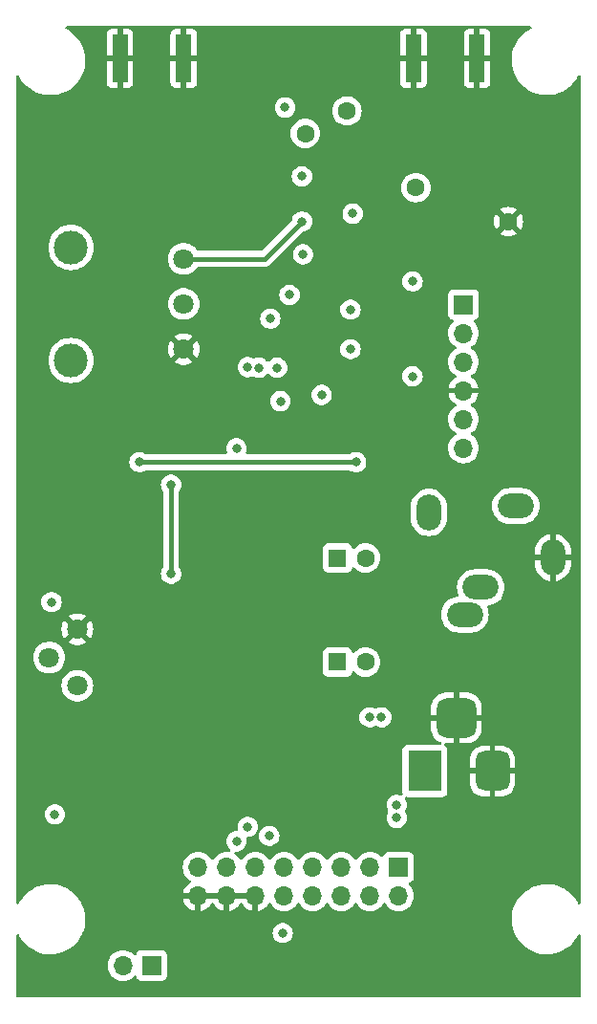
<source format=gbr>
%TF.GenerationSoftware,KiCad,Pcbnew,7.0.1*%
%TF.CreationDate,2023-04-12T14:42:12+09:00*%
%TF.ProjectId,KiCad-Si4735,4b694361-642d-4536-9934-3733352e6b69,rev?*%
%TF.SameCoordinates,PX6bc3e40PY88601c0*%
%TF.FileFunction,Copper,L4,Bot*%
%TF.FilePolarity,Positive*%
%FSLAX46Y46*%
G04 Gerber Fmt 4.6, Leading zero omitted, Abs format (unit mm)*
G04 Created by KiCad (PCBNEW 7.0.1) date 2023-04-12 14:42:12*
%MOMM*%
%LPD*%
G01*
G04 APERTURE LIST*
G04 Aperture macros list*
%AMRoundRect*
0 Rectangle with rounded corners*
0 $1 Rounding radius*
0 $2 $3 $4 $5 $6 $7 $8 $9 X,Y pos of 4 corners*
0 Add a 4 corners polygon primitive as box body*
4,1,4,$2,$3,$4,$5,$6,$7,$8,$9,$2,$3,0*
0 Add four circle primitives for the rounded corners*
1,1,$1+$1,$2,$3*
1,1,$1+$1,$4,$5*
1,1,$1+$1,$6,$7*
1,1,$1+$1,$8,$9*
0 Add four rect primitives between the rounded corners*
20,1,$1+$1,$2,$3,$4,$5,0*
20,1,$1+$1,$4,$5,$6,$7,0*
20,1,$1+$1,$6,$7,$8,$9,0*
20,1,$1+$1,$8,$9,$2,$3,0*%
G04 Aperture macros list end*
%TA.AperFunction,ComponentPad*%
%ADD10R,1.700000X1.700000*%
%TD*%
%TA.AperFunction,ComponentPad*%
%ADD11O,1.700000X1.700000*%
%TD*%
%TA.AperFunction,ComponentPad*%
%ADD12R,3.000000X3.600000*%
%TD*%
%TA.AperFunction,ComponentPad*%
%ADD13RoundRect,0.750000X0.750000X1.000000X-0.750000X1.000000X-0.750000X-1.000000X0.750000X-1.000000X0*%
%TD*%
%TA.AperFunction,ComponentPad*%
%ADD14RoundRect,0.875000X0.875000X0.875000X-0.875000X0.875000X-0.875000X-0.875000X0.875000X-0.875000X0*%
%TD*%
%TA.AperFunction,ComponentPad*%
%ADD15C,1.800000*%
%TD*%
%TA.AperFunction,ComponentPad*%
%ADD16C,1.600000*%
%TD*%
%TA.AperFunction,ComponentPad*%
%ADD17R,1.600000X1.600000*%
%TD*%
%TA.AperFunction,SMDPad,CuDef*%
%ADD18R,1.350000X4.200000*%
%TD*%
%TA.AperFunction,ComponentPad*%
%ADD19C,3.000000*%
%TD*%
%TA.AperFunction,ComponentPad*%
%ADD20O,3.200000X2.200000*%
%TD*%
%TA.AperFunction,ComponentPad*%
%ADD21O,2.200000X3.200000*%
%TD*%
%TA.AperFunction,ViaPad*%
%ADD22C,0.800000*%
%TD*%
%TA.AperFunction,Conductor*%
%ADD23C,0.400000*%
%TD*%
G04 APERTURE END LIST*
D10*
%TO.P,J3,1,Pin_1*%
%TO.N,/GP27*%
X33875000Y11540000D03*
D11*
%TO.P,J3,2,Pin_2*%
%TO.N,/GP28*%
X33875000Y9000000D03*
%TO.P,J3,3,Pin_3*%
%TO.N,/GP26*%
X31335000Y11540000D03*
%TO.P,J3,4,Pin_4*%
%TO.N,VSYS*%
X31335000Y9000000D03*
%TO.P,J3,5,Pin_5*%
%TO.N,/GP22*%
X28795000Y11540000D03*
%TO.P,J3,6,Pin_6*%
%TO.N,VSYS*%
X28795000Y9000000D03*
%TO.P,J3,7,Pin_7*%
%TO.N,/GP21*%
X26255000Y11540000D03*
%TO.P,J3,8,Pin_8*%
%TO.N,3V3*%
X26255000Y9000000D03*
%TO.P,J3,9,Pin_9*%
%TO.N,/GP20*%
X23715000Y11540000D03*
%TO.P,J3,10,Pin_10*%
%TO.N,3V3*%
X23715000Y9000000D03*
%TO.P,J3,11,Pin_11*%
%TO.N,/GP6*%
X21175000Y11540000D03*
%TO.P,J3,12,Pin_12*%
%TO.N,GND*%
X21175000Y9000000D03*
%TO.P,J3,13,Pin_13*%
%TO.N,/GP5*%
X18635000Y11540000D03*
%TO.P,J3,14,Pin_14*%
%TO.N,GND*%
X18635000Y9000000D03*
%TO.P,J3,15,Pin_15*%
%TO.N,/GP4*%
X16095000Y11540000D03*
%TO.P,J3,16,Pin_16*%
%TO.N,GND*%
X16095000Y9000000D03*
%TD*%
D12*
%TO.P,J2,1*%
%TO.N,Net-(D1-A)*%
X36187500Y20042500D03*
D13*
%TO.P,J2,2*%
%TO.N,GND*%
X42187500Y20042500D03*
D14*
%TO.P,J2,3*%
X38987500Y24742500D03*
%TD*%
D15*
%TO.P,RV2,1,1*%
%TO.N,GND*%
X5400000Y32600000D03*
%TO.P,RV2,2,2*%
%TO.N,Net-(R12-Pad2)*%
X2900000Y30100000D03*
%TO.P,RV2,3,3*%
%TO.N,Net-(C14-Pad1)*%
X5400000Y27600000D03*
%TD*%
D16*
%TO.P,L2,1,1*%
%TO.N,Net-(U1-FMI)*%
X35400000Y71700000D03*
%TO.P,L2,2,2*%
%TO.N,GND*%
X43600000Y68700000D03*
%TD*%
D10*
%TO.P,J1,1,Pin_1*%
%TO.N,Net-(J1-Pin_1)*%
X39625000Y61350000D03*
D11*
%TO.P,J1,2,Pin_2*%
%TO.N,Net-(J1-Pin_2)*%
X39625000Y58810000D03*
%TO.P,J1,3,Pin_3*%
%TO.N,Net-(J1-Pin_3)*%
X39625000Y56270000D03*
%TO.P,J1,4,Pin_4*%
%TO.N,GND*%
X39625000Y53730000D03*
%TO.P,J1,5,Pin_5*%
%TO.N,unconnected-(J1-Pin_5-Pad5)*%
X39625000Y51190000D03*
%TO.P,J1,6,Pin_6*%
%TO.N,VSYS*%
X39625000Y48650000D03*
%TD*%
D17*
%TO.P,C17,1*%
%TO.N,Net-(U3-VO1)*%
X28447349Y38900000D03*
D16*
%TO.P,C17,2*%
%TO.N,Net-(C17-Pad2)*%
X30947349Y38900000D03*
%TD*%
D18*
%TO.P,J4,2,Ext*%
%TO.N,GND*%
X14825000Y83142500D03*
X9175000Y83142500D03*
%TD*%
D19*
%TO.P,RV1,*%
%TO.N,*%
X4825000Y56400000D03*
X4825000Y66400000D03*
D15*
%TO.P,RV1,1,1*%
%TO.N,GND*%
X14825000Y57400000D03*
%TO.P,RV1,2,2*%
%TO.N,Net-(R5-Pad1)*%
X14825000Y61400000D03*
%TO.P,RV1,3,3*%
%TO.N,Net-(EMI3-Pad3)*%
X14825000Y65400000D03*
%TD*%
D17*
%TO.P,C21,1*%
%TO.N,Net-(U3-VO2)*%
X28447349Y29700000D03*
D16*
%TO.P,C21,2*%
%TO.N,Net-(C21-Pad2)*%
X30947349Y29700000D03*
%TD*%
%TO.P,L1,1,1*%
%TO.N,Net-(C4-Pad2)*%
X29300000Y78500000D03*
%TO.P,L1,2,2*%
%TO.N,Net-(Q1-D)*%
X25600000Y76500000D03*
%TD*%
D20*
%TO.P,J6,R*%
%TO.N,Net-(C21-Pad2)*%
X39750000Y33900000D03*
%TO.P,J6,RN*%
%TO.N,Net-(J6-PadRN)*%
X41150000Y36300000D03*
D21*
%TO.P,J6,S*%
%TO.N,GND*%
X47550000Y38950000D03*
D20*
%TO.P,J6,T*%
%TO.N,Net-(C17-Pad2)*%
X44250000Y43500000D03*
D21*
%TO.P,J6,TN*%
%TO.N,Net-(J6-PadTN)*%
X36550000Y42950000D03*
%TD*%
D18*
%TO.P,J5,2,Ext*%
%TO.N,GND*%
X40825000Y83142500D03*
X35175000Y83142500D03*
%TD*%
D10*
%TO.P,LS1,1,1*%
%TO.N,Net-(U2-VO+)*%
X11975000Y2825000D03*
D11*
%TO.P,LS1,2,2*%
%TO.N,Net-(U2-VO-)*%
X9435000Y2825000D03*
%TD*%
D22*
%TO.N,VSYS*%
X3100000Y35000000D03*
X29600000Y57400000D03*
X3400000Y16200000D03*
X29800000Y69400000D03*
X32350000Y24800000D03*
X31300000Y24800000D03*
%TO.N,GND*%
X35000000Y1000000D03*
X30000000Y84000000D03*
X15000000Y1000000D03*
X47000000Y30000000D03*
X5000000Y76000000D03*
X25000000Y27000000D03*
X8000000Y25000000D03*
X10000000Y71000000D03*
X24000000Y38000000D03*
X20000000Y84000000D03*
X35000000Y76000000D03*
X45000000Y76000000D03*
X5000000Y46000000D03*
X10000000Y51000000D03*
X47000000Y21000000D03*
X35000000Y51000000D03*
X42000000Y6000000D03*
X17000000Y15000000D03*
X45000000Y46000000D03*
X7000000Y14000000D03*
X45000000Y66000000D03*
X40000000Y71000000D03*
X45000000Y56000000D03*
X29000000Y44000000D03*
X7000000Y6000000D03*
X10000000Y61000000D03*
%TO.N,3V3*%
X29600000Y60900000D03*
X23600000Y5700000D03*
%TO.N,Net-(U3-IN2-)*%
X13700000Y45400000D03*
X13700000Y37500000D03*
%TO.N,Net-(D1-A)*%
X33700000Y15900000D03*
X33700000Y17050000D03*
%TO.N,Net-(EMI3-Pad3)*%
X23800000Y78800000D03*
X25300000Y72700000D03*
X25300000Y68700000D03*
%TO.N,Net-(J1-Pin_3)*%
X25400000Y65800000D03*
%TO.N,/GP22*%
X20500000Y55800000D03*
X20500000Y15100000D03*
%TO.N,/GP21*%
X21500500Y55750000D03*
X22400000Y14300000D03*
%TO.N,/GP20*%
X22500000Y60100000D03*
%TO.N,/GP6*%
X19500000Y13800000D03*
X19500000Y48600000D03*
%TO.N,/GP5*%
X35100000Y55000000D03*
%TO.N,/GP4*%
X35100000Y63400000D03*
%TO.N,Net-(JP1-A)*%
X27050001Y53349999D03*
X24200000Y62200000D03*
%TO.N,Net-(JP2-A)*%
X23100000Y55750000D03*
X23400000Y52799998D03*
%TO.N,Net-(R12-Pad2)*%
X30100000Y47400000D03*
X10900000Y47400000D03*
%TD*%
D23*
%TO.N,Net-(U3-IN2-)*%
X13700000Y45400000D02*
X13700000Y37500000D01*
%TO.N,Net-(EMI3-Pad3)*%
X14825000Y65400000D02*
X22000000Y65400000D01*
X22000000Y65400000D02*
X25300000Y68700000D01*
%TO.N,Net-(R12-Pad2)*%
X10900000Y47400000D02*
X30100000Y47400000D01*
%TD*%
%TA.AperFunction,Conductor*%
%TO.N,GND*%
G36*
X45596632Y85982769D02*
G01*
X45642050Y85937091D01*
X45658426Y85874792D01*
X45641340Y85812684D01*
X45595403Y85767528D01*
X45539749Y85736098D01*
X45321003Y85612567D01*
X45183212Y85512455D01*
X45034139Y85404147D01*
X45034137Y85404146D01*
X45034134Y85404143D01*
X44772904Y85164390D01*
X44540692Y84896403D01*
X44340555Y84603713D01*
X44175076Y84290094D01*
X44046431Y83959673D01*
X43956290Y83616739D01*
X43905826Y83265755D01*
X43895700Y82911320D01*
X43926045Y82558031D01*
X43996462Y82210510D01*
X44106037Y81873273D01*
X44253334Y81550736D01*
X44436441Y81247088D01*
X44652972Y80966286D01*
X44900092Y80712005D01*
X45042134Y80595858D01*
X45174595Y80487545D01*
X45472891Y80295841D01*
X45791096Y80139391D01*
X46125061Y80020232D01*
X46470432Y79939920D01*
X46822707Y79899500D01*
X47088572Y79899500D01*
X47088576Y79899500D01*
X47354008Y79914678D01*
X47703400Y79975143D01*
X48043623Y80075041D01*
X48370241Y80213071D01*
X48678995Y80387432D01*
X48965861Y80595853D01*
X49227099Y80835615D01*
X49459304Y81103593D01*
X49659448Y81396294D01*
X49765829Y81597911D01*
X49810258Y81645493D01*
X49872667Y81664012D01*
X49935857Y81648363D01*
X49982412Y81602860D01*
X49999500Y81540044D01*
X49999500Y8385651D01*
X49981687Y8321618D01*
X49933367Y8275981D01*
X49868421Y8261853D01*
X49805509Y8283293D01*
X49762706Y8334140D01*
X49746665Y8369266D01*
X49563558Y8672913D01*
X49563557Y8672915D01*
X49347029Y8953713D01*
X49302045Y9000000D01*
X49099907Y9207996D01*
X48825405Y9432455D01*
X48527111Y9624158D01*
X48208902Y9780610D01*
X48028548Y9844960D01*
X47874939Y9899768D01*
X47529568Y9980080D01*
X47177293Y10020500D01*
X46911424Y10020500D01*
X46699078Y10008358D01*
X46645991Y10005322D01*
X46296598Y9944857D01*
X45956376Y9844960D01*
X45629763Y9706931D01*
X45629760Y9706930D01*
X45629759Y9706929D01*
X45577787Y9677579D01*
X45321003Y9532567D01*
X45183212Y9432455D01*
X45034139Y9324147D01*
X45034137Y9324146D01*
X45034134Y9324143D01*
X44772904Y9084390D01*
X44540692Y8816403D01*
X44340555Y8523713D01*
X44175076Y8210094D01*
X44046431Y7879673D01*
X43956290Y7536739D01*
X43905826Y7185755D01*
X43895700Y6831320D01*
X43926045Y6478031D01*
X43996462Y6130510D01*
X44106037Y5793273D01*
X44253334Y5470736D01*
X44346470Y5316288D01*
X44436443Y5167085D01*
X44547088Y5023598D01*
X44652972Y4886286D01*
X44900092Y4632005D01*
X45042134Y4515858D01*
X45174595Y4407545D01*
X45472891Y4215841D01*
X45791096Y4059391D01*
X46125061Y3940232D01*
X46470432Y3859920D01*
X46822707Y3819500D01*
X47088572Y3819500D01*
X47088576Y3819500D01*
X47354008Y3834678D01*
X47703400Y3895143D01*
X48043623Y3995041D01*
X48370241Y4133071D01*
X48678995Y4307432D01*
X48965861Y4515853D01*
X49227099Y4755615D01*
X49459304Y5023593D01*
X49659448Y5316294D01*
X49765829Y5517911D01*
X49810258Y5565493D01*
X49872667Y5584012D01*
X49935857Y5568363D01*
X49982412Y5522860D01*
X49999500Y5460044D01*
X49999500Y124500D01*
X49982887Y62500D01*
X49937500Y17113D01*
X49875500Y500D01*
X124500Y500D01*
X62500Y17113D01*
X17113Y62500D01*
X500Y124500D01*
X500Y2825001D01*
X8079340Y2825001D01*
X8099936Y2589593D01*
X8144709Y2422499D01*
X8161097Y2361337D01*
X8260965Y2147170D01*
X8396505Y1953599D01*
X8563599Y1786505D01*
X8757170Y1650965D01*
X8971337Y1551097D01*
X9199592Y1489937D01*
X9435000Y1469341D01*
X9670408Y1489937D01*
X9898663Y1551097D01*
X10112830Y1650965D01*
X10306401Y1786505D01*
X10428329Y1908434D01*
X10481072Y1939727D01*
X10542365Y1941916D01*
X10597209Y1914463D01*
X10632189Y1864084D01*
X10681204Y1732669D01*
X10767454Y1617454D01*
X10882669Y1531204D01*
X11017517Y1480909D01*
X11077127Y1474500D01*
X12872872Y1474501D01*
X12932483Y1480909D01*
X13067331Y1531204D01*
X13182546Y1617454D01*
X13268796Y1732669D01*
X13319091Y1867517D01*
X13325500Y1927127D01*
X13325499Y3722872D01*
X13319091Y3782483D01*
X13268796Y3917331D01*
X13182546Y4032546D01*
X13067331Y4118796D01*
X12932483Y4169091D01*
X12872873Y4175500D01*
X12872869Y4175500D01*
X11077130Y4175500D01*
X11017515Y4169091D01*
X10882669Y4118796D01*
X10767454Y4032546D01*
X10681204Y3917331D01*
X10632189Y3785917D01*
X10597209Y3735538D01*
X10542365Y3708085D01*
X10481072Y3710274D01*
X10428326Y3741570D01*
X10306404Y3863492D01*
X10306401Y3863495D01*
X10112830Y3999035D01*
X9898663Y4098903D01*
X9837502Y4115291D01*
X9670407Y4160064D01*
X9434999Y4180660D01*
X9199592Y4160064D01*
X8971336Y4098903D01*
X8757170Y3999035D01*
X8563598Y3863495D01*
X8396505Y3696402D01*
X8260965Y3502830D01*
X8161097Y3288664D01*
X8099936Y3060408D01*
X8079340Y2825001D01*
X500Y2825001D01*
X500Y5454349D01*
X18313Y5518382D01*
X66633Y5564019D01*
X131579Y5578147D01*
X194491Y5556707D01*
X237294Y5505860D01*
X253334Y5470735D01*
X346470Y5316288D01*
X436443Y5167085D01*
X547088Y5023598D01*
X652972Y4886286D01*
X900092Y4632005D01*
X1042134Y4515858D01*
X1174595Y4407545D01*
X1472891Y4215841D01*
X1791096Y4059391D01*
X2125061Y3940232D01*
X2470432Y3859920D01*
X2822707Y3819500D01*
X3088572Y3819500D01*
X3088576Y3819500D01*
X3354008Y3834678D01*
X3703400Y3895143D01*
X4043623Y3995041D01*
X4370241Y4133071D01*
X4678995Y4307432D01*
X4965861Y4515853D01*
X5227099Y4755615D01*
X5459304Y5023593D01*
X5659448Y5316294D01*
X5824921Y5629902D01*
X5852213Y5700000D01*
X22694540Y5700000D01*
X22714326Y5511743D01*
X22772820Y5331716D01*
X22867466Y5167784D01*
X22994129Y5027111D01*
X23147269Y4915849D01*
X23320197Y4838856D01*
X23505352Y4799500D01*
X23505354Y4799500D01*
X23694646Y4799500D01*
X23694648Y4799500D01*
X23818083Y4825738D01*
X23879803Y4838856D01*
X24052730Y4915849D01*
X24052729Y4915849D01*
X24205870Y5027111D01*
X24332533Y5167784D01*
X24427179Y5331716D01*
X24467025Y5454349D01*
X24485674Y5511744D01*
X24505460Y5700000D01*
X24485674Y5888256D01*
X24427179Y6068284D01*
X24427179Y6068285D01*
X24332533Y6232217D01*
X24205870Y6372890D01*
X24052730Y6484152D01*
X23879802Y6561145D01*
X23694648Y6600500D01*
X23694646Y6600500D01*
X23505354Y6600500D01*
X23505352Y6600500D01*
X23320197Y6561145D01*
X23147269Y6484152D01*
X22994129Y6372890D01*
X22867466Y6232217D01*
X22772820Y6068285D01*
X22714326Y5888258D01*
X22694540Y5700000D01*
X5852213Y5700000D01*
X5925509Y5888258D01*
X5953568Y5960328D01*
X5953567Y5960328D01*
X6043710Y6303264D01*
X6094173Y6654241D01*
X6104299Y7008683D01*
X6073955Y7361968D01*
X6003537Y7709492D01*
X5893964Y8046723D01*
X5856573Y8128599D01*
X5746665Y8369265D01*
X5563558Y8672913D01*
X5563557Y8672915D01*
X5504115Y8750000D01*
X14764364Y8750000D01*
X14821569Y8536508D01*
X14921399Y8322424D01*
X15056893Y8128919D01*
X15223918Y7961894D01*
X15417423Y7826400D01*
X15631507Y7726570D01*
X15844999Y7669365D01*
X15845000Y7669364D01*
X15845000Y8750000D01*
X16345000Y8750000D01*
X16345000Y7669365D01*
X16558492Y7726570D01*
X16772576Y7826400D01*
X16966081Y7961894D01*
X17133109Y8128922D01*
X17263424Y8315031D01*
X17307742Y8353897D01*
X17364999Y8367908D01*
X17422255Y8353898D01*
X17466574Y8315032D01*
X17596892Y8128920D01*
X17763918Y7961894D01*
X17957423Y7826400D01*
X18171507Y7726570D01*
X18384999Y7669365D01*
X18385000Y7669364D01*
X18385000Y8750000D01*
X18885000Y8750000D01*
X18885000Y7669365D01*
X19098492Y7726570D01*
X19312576Y7826400D01*
X19506081Y7961894D01*
X19673109Y8128922D01*
X19803424Y8315031D01*
X19847742Y8353897D01*
X19904999Y8367908D01*
X19962255Y8353898D01*
X20006574Y8315032D01*
X20136892Y8128920D01*
X20303918Y7961894D01*
X20497423Y7826400D01*
X20711507Y7726570D01*
X20924999Y7669365D01*
X20925000Y7669364D01*
X20925000Y8750000D01*
X18885000Y8750000D01*
X18385000Y8750000D01*
X16345000Y8750000D01*
X15845000Y8750000D01*
X14764364Y8750000D01*
X5504115Y8750000D01*
X5347029Y8953713D01*
X5302045Y9000000D01*
X5099907Y9207996D01*
X4825405Y9432455D01*
X4527111Y9624158D01*
X4208902Y9780610D01*
X4028548Y9844960D01*
X3874939Y9899768D01*
X3529568Y9980080D01*
X3177293Y10020500D01*
X2911424Y10020500D01*
X2699078Y10008358D01*
X2645991Y10005322D01*
X2296598Y9944857D01*
X1956376Y9844960D01*
X1629763Y9706931D01*
X1629760Y9706930D01*
X1629759Y9706929D01*
X1577787Y9677579D01*
X1321003Y9532567D01*
X1183212Y9432455D01*
X1034139Y9324147D01*
X1034137Y9324146D01*
X1034134Y9324143D01*
X772904Y9084390D01*
X540692Y8816403D01*
X340555Y8523713D01*
X234170Y8322089D01*
X189742Y8274507D01*
X127333Y8255988D01*
X64143Y8271637D01*
X17588Y8317140D01*
X500Y8379956D01*
X500Y11540000D01*
X14739340Y11540000D01*
X14759936Y11304593D01*
X14804709Y11137499D01*
X14821097Y11076337D01*
X14920965Y10862170D01*
X15056505Y10668599D01*
X15223599Y10501505D01*
X15409597Y10371268D01*
X15448460Y10326952D01*
X15462471Y10269695D01*
X15448461Y10212439D01*
X15409595Y10168120D01*
X15223919Y10038108D01*
X15056890Y9871079D01*
X14921400Y9677579D01*
X14821569Y9463493D01*
X14764364Y9250001D01*
X14764364Y9250000D01*
X21301000Y9250000D01*
X21363000Y9233387D01*
X21408387Y9188000D01*
X21425000Y9126000D01*
X21425000Y7669365D01*
X21638492Y7726570D01*
X21852576Y7826400D01*
X22046081Y7961894D01*
X22213109Y8128922D01*
X22343119Y8314595D01*
X22387437Y8353461D01*
X22444694Y8367472D01*
X22501951Y8353461D01*
X22546267Y8314598D01*
X22676505Y8128599D01*
X22843599Y7961505D01*
X23037170Y7825965D01*
X23251337Y7726097D01*
X23463070Y7669364D01*
X23479592Y7664937D01*
X23714999Y7644341D01*
X23714999Y7644342D01*
X23715000Y7644341D01*
X23950408Y7664937D01*
X24178663Y7726097D01*
X24392830Y7825965D01*
X24586401Y7961505D01*
X24753495Y8128599D01*
X24883426Y8314161D01*
X24927743Y8353025D01*
X24985000Y8367036D01*
X25042257Y8353025D01*
X25086573Y8314161D01*
X25216505Y8128599D01*
X25383599Y7961505D01*
X25577170Y7825965D01*
X25791337Y7726097D01*
X26003070Y7669364D01*
X26019592Y7664937D01*
X26254999Y7644341D01*
X26254999Y7644342D01*
X26255000Y7644341D01*
X26490408Y7664937D01*
X26718663Y7726097D01*
X26932830Y7825965D01*
X27126401Y7961505D01*
X27293495Y8128599D01*
X27423426Y8314161D01*
X27467743Y8353025D01*
X27525000Y8367036D01*
X27582257Y8353025D01*
X27626573Y8314161D01*
X27756505Y8128599D01*
X27923599Y7961505D01*
X28117170Y7825965D01*
X28331337Y7726097D01*
X28543070Y7669364D01*
X28559592Y7664937D01*
X28794999Y7644341D01*
X28794999Y7644342D01*
X28795000Y7644341D01*
X29030408Y7664937D01*
X29258663Y7726097D01*
X29472830Y7825965D01*
X29666401Y7961505D01*
X29833495Y8128599D01*
X29963426Y8314161D01*
X30007743Y8353025D01*
X30065000Y8367036D01*
X30122257Y8353025D01*
X30166573Y8314161D01*
X30296505Y8128599D01*
X30463599Y7961505D01*
X30657170Y7825965D01*
X30871337Y7726097D01*
X31083070Y7669364D01*
X31099592Y7664937D01*
X31334999Y7644341D01*
X31334999Y7644342D01*
X31335000Y7644341D01*
X31570408Y7664937D01*
X31798663Y7726097D01*
X32012830Y7825965D01*
X32206401Y7961505D01*
X32373495Y8128599D01*
X32503426Y8314161D01*
X32547743Y8353025D01*
X32605000Y8367036D01*
X32662257Y8353025D01*
X32706573Y8314161D01*
X32836505Y8128599D01*
X33003599Y7961505D01*
X33197170Y7825965D01*
X33411337Y7726097D01*
X33623070Y7669364D01*
X33639592Y7664937D01*
X33874999Y7644341D01*
X33874999Y7644342D01*
X33875000Y7644341D01*
X34110408Y7664937D01*
X34338663Y7726097D01*
X34552830Y7825965D01*
X34746401Y7961505D01*
X34913495Y8128599D01*
X35049035Y8322170D01*
X35148903Y8536337D01*
X35210063Y8764592D01*
X35230659Y9000000D01*
X35210063Y9235408D01*
X35148903Y9463663D01*
X35049035Y9677829D01*
X34913495Y9871401D01*
X34791569Y9993327D01*
X34760273Y10046073D01*
X34758084Y10107366D01*
X34785537Y10162211D01*
X34835916Y10197190D01*
X34967331Y10246204D01*
X35082546Y10332454D01*
X35168796Y10447669D01*
X35219091Y10582517D01*
X35225500Y10642127D01*
X35225499Y12437872D01*
X35219091Y12497483D01*
X35168796Y12632331D01*
X35082546Y12747546D01*
X34967331Y12833796D01*
X34832483Y12884091D01*
X34772873Y12890500D01*
X34772869Y12890500D01*
X32977130Y12890500D01*
X32917515Y12884091D01*
X32782669Y12833796D01*
X32667454Y12747546D01*
X32581204Y12632331D01*
X32532189Y12500917D01*
X32497209Y12450538D01*
X32442365Y12423085D01*
X32381072Y12425274D01*
X32328326Y12456570D01*
X32206404Y12578492D01*
X32206401Y12578495D01*
X32012830Y12714035D01*
X31798663Y12813903D01*
X31737501Y12830291D01*
X31570407Y12875064D01*
X31335000Y12895660D01*
X31099592Y12875064D01*
X30871336Y12813903D01*
X30657170Y12714035D01*
X30463598Y12578495D01*
X30296505Y12411402D01*
X30166575Y12225841D01*
X30122257Y12186975D01*
X30065000Y12172964D01*
X30007743Y12186975D01*
X29963425Y12225841D01*
X29833494Y12411402D01*
X29666404Y12578492D01*
X29666401Y12578495D01*
X29472830Y12714035D01*
X29258663Y12813903D01*
X29197501Y12830291D01*
X29030407Y12875064D01*
X28795000Y12895660D01*
X28559592Y12875064D01*
X28331336Y12813903D01*
X28117170Y12714035D01*
X27923598Y12578495D01*
X27756505Y12411402D01*
X27626575Y12225841D01*
X27582257Y12186975D01*
X27525000Y12172964D01*
X27467743Y12186975D01*
X27423425Y12225841D01*
X27293494Y12411402D01*
X27126404Y12578492D01*
X27126401Y12578495D01*
X26932830Y12714035D01*
X26718663Y12813903D01*
X26657501Y12830291D01*
X26490407Y12875064D01*
X26255000Y12895660D01*
X26019592Y12875064D01*
X25791336Y12813903D01*
X25577170Y12714035D01*
X25383598Y12578495D01*
X25216505Y12411402D01*
X25086575Y12225841D01*
X25042257Y12186975D01*
X24985000Y12172964D01*
X24927743Y12186975D01*
X24883425Y12225841D01*
X24753494Y12411402D01*
X24586404Y12578492D01*
X24586401Y12578495D01*
X24392830Y12714035D01*
X24178663Y12813903D01*
X24117501Y12830291D01*
X23950407Y12875064D01*
X23715000Y12895660D01*
X23479592Y12875064D01*
X23251336Y12813903D01*
X23037170Y12714035D01*
X22843598Y12578495D01*
X22676505Y12411402D01*
X22546575Y12225841D01*
X22502257Y12186975D01*
X22445000Y12172964D01*
X22387743Y12186975D01*
X22343425Y12225841D01*
X22213494Y12411402D01*
X22046404Y12578492D01*
X22046401Y12578495D01*
X21852830Y12714035D01*
X21638663Y12813903D01*
X21577501Y12830291D01*
X21410407Y12875064D01*
X21175000Y12895660D01*
X20939592Y12875064D01*
X20711336Y12813903D01*
X20497170Y12714035D01*
X20303598Y12578495D01*
X20136505Y12411402D01*
X20006575Y12225841D01*
X19962257Y12186975D01*
X19905000Y12172964D01*
X19847743Y12186975D01*
X19803425Y12225841D01*
X19673494Y12411402D01*
X19506404Y12578492D01*
X19506403Y12578493D01*
X19506401Y12578495D01*
X19370110Y12673927D01*
X19329785Y12721142D01*
X19317406Y12781990D01*
X19336078Y12841210D01*
X19381120Y12883953D01*
X19441236Y12899500D01*
X19594648Y12899500D01*
X19718083Y12925738D01*
X19779803Y12938856D01*
X19952730Y13015849D01*
X20105871Y13127112D01*
X20232533Y13267784D01*
X20327179Y13431716D01*
X20385674Y13611744D01*
X20405460Y13800000D01*
X20385674Y13988256D01*
X20369777Y14037183D01*
X20365235Y14094898D01*
X20387390Y14148386D01*
X20431413Y14185985D01*
X20487708Y14199500D01*
X20594648Y14199500D01*
X20718084Y14225738D01*
X20779803Y14238856D01*
X20917133Y14300000D01*
X21494540Y14300000D01*
X21514326Y14111743D01*
X21572820Y13931716D01*
X21667466Y13767784D01*
X21794129Y13627111D01*
X21947269Y13515849D01*
X22120197Y13438856D01*
X22305352Y13399500D01*
X22305354Y13399500D01*
X22494646Y13399500D01*
X22494648Y13399500D01*
X22618084Y13425738D01*
X22679803Y13438856D01*
X22852730Y13515849D01*
X22852730Y13515850D01*
X23005870Y13627111D01*
X23132533Y13767784D01*
X23227179Y13931716D01*
X23245551Y13988260D01*
X23285674Y14111744D01*
X23305460Y14300000D01*
X23285674Y14488256D01*
X23227179Y14668284D01*
X23227179Y14668285D01*
X23132533Y14832217D01*
X23005870Y14972890D01*
X22852730Y15084152D01*
X22679802Y15161145D01*
X22494648Y15200500D01*
X22494646Y15200500D01*
X22305354Y15200500D01*
X22305352Y15200500D01*
X22120197Y15161145D01*
X21947269Y15084152D01*
X21794129Y14972890D01*
X21667466Y14832217D01*
X21572820Y14668285D01*
X21514326Y14488258D01*
X21494540Y14300000D01*
X20917133Y14300000D01*
X20952730Y14315849D01*
X21105871Y14427112D01*
X21232533Y14567784D01*
X21327179Y14731716D01*
X21385674Y14911744D01*
X21405460Y15100000D01*
X21385674Y15288256D01*
X21327179Y15468284D01*
X21327179Y15468285D01*
X21232533Y15632217D01*
X21105870Y15772890D01*
X20952730Y15884152D01*
X20917133Y15900001D01*
X32794540Y15900001D01*
X32814326Y15711743D01*
X32872820Y15531716D01*
X32967466Y15367784D01*
X33094129Y15227111D01*
X33247269Y15115849D01*
X33420197Y15038856D01*
X33605352Y14999500D01*
X33605354Y14999500D01*
X33794646Y14999500D01*
X33794648Y14999500D01*
X33918083Y15025738D01*
X33979803Y15038856D01*
X34152730Y15115849D01*
X34152730Y15115850D01*
X34305870Y15227111D01*
X34432533Y15367784D01*
X34527179Y15531716D01*
X34527179Y15531717D01*
X34585674Y15711744D01*
X34605460Y15900000D01*
X34585674Y16088256D01*
X34527179Y16268284D01*
X34527179Y16268285D01*
X34443627Y16413000D01*
X34427014Y16475000D01*
X34443627Y16537000D01*
X34461690Y16568285D01*
X34527179Y16681716D01*
X34585674Y16861744D01*
X34605460Y17050000D01*
X34585674Y17238256D01*
X34527179Y17418284D01*
X34527179Y17418285D01*
X34442243Y17565398D01*
X34425699Y17623268D01*
X34438353Y17682111D01*
X34477225Y17728064D01*
X34533156Y17750299D01*
X34564180Y17746813D01*
X34564531Y17750074D01*
X34580015Y17748410D01*
X34580017Y17748409D01*
X34639627Y17742000D01*
X37735372Y17742001D01*
X37794983Y17748409D01*
X37929831Y17798704D01*
X38045046Y17884954D01*
X38131296Y18000169D01*
X38181591Y18135017D01*
X38188000Y18194627D01*
X38187999Y19792500D01*
X40187501Y19792500D01*
X40187501Y18978312D01*
X40197900Y18846169D01*
X40252877Y18627982D01*
X40345930Y18423121D01*
X40474065Y18238168D01*
X40633167Y18079066D01*
X40818120Y17950931D01*
X41022981Y17857878D01*
X41241167Y17802901D01*
X41373312Y17792500D01*
X41937500Y17792500D01*
X41937500Y19792500D01*
X42437500Y19792500D01*
X42437500Y17792501D01*
X43001688Y17792501D01*
X43133831Y17802901D01*
X43352018Y17857878D01*
X43556879Y17950931D01*
X43741832Y18079066D01*
X43900934Y18238168D01*
X44029069Y18423121D01*
X44122122Y18627982D01*
X44177099Y18846168D01*
X44187500Y18978312D01*
X44187500Y19792500D01*
X42437500Y19792500D01*
X41937500Y19792500D01*
X40187501Y19792500D01*
X38187999Y19792500D01*
X38187999Y20292500D01*
X40187500Y20292500D01*
X41937500Y20292500D01*
X41937500Y22292499D01*
X41373312Y22292499D01*
X41241168Y22282100D01*
X41022981Y22227123D01*
X40818120Y22134070D01*
X40633167Y22005935D01*
X40474065Y21846833D01*
X40345930Y21661880D01*
X40252877Y21457019D01*
X40197900Y21238833D01*
X40187500Y21106688D01*
X40187500Y20292500D01*
X38187999Y20292500D01*
X38187999Y21890372D01*
X38181591Y21949983D01*
X38131296Y22084831D01*
X38045046Y22200046D01*
X37952621Y22269236D01*
X37933874Y22292500D01*
X42437500Y22292500D01*
X42437500Y20292500D01*
X44187499Y20292500D01*
X44187499Y21106688D01*
X44177099Y21238832D01*
X44122122Y21457019D01*
X44029069Y21661880D01*
X43900934Y21846833D01*
X43741832Y22005935D01*
X43556879Y22134070D01*
X43352018Y22227123D01*
X43133832Y22282100D01*
X43001688Y22292500D01*
X42437500Y22292500D01*
X37933874Y22292500D01*
X37914140Y22316989D01*
X37903250Y22377346D01*
X37922619Y22435539D01*
X37967507Y22477332D01*
X38026934Y22492500D01*
X38737500Y22492500D01*
X38737500Y24492500D01*
X39237500Y24492500D01*
X39237500Y22492501D01*
X39956078Y22492501D01*
X40008691Y22495295D01*
X40238485Y22539738D01*
X40457476Y22622381D01*
X40659341Y22740841D01*
X40838286Y22891714D01*
X40989159Y23070659D01*
X41107619Y23272524D01*
X41190262Y23491514D01*
X41234706Y23721316D01*
X41237500Y23773904D01*
X41237500Y24492500D01*
X39237500Y24492500D01*
X38737500Y24492500D01*
X36737501Y24492500D01*
X36737501Y23773922D01*
X36740294Y23721309D01*
X36784737Y23491515D01*
X36867380Y23272524D01*
X36985840Y23070659D01*
X37136713Y22891714D01*
X37315658Y22740841D01*
X37517523Y22622381D01*
X37621838Y22583014D01*
X37676485Y22542417D01*
X37701465Y22479089D01*
X37689249Y22412117D01*
X37643518Y22361687D01*
X37578056Y22343000D01*
X34639630Y22343000D01*
X34580015Y22336591D01*
X34445169Y22286296D01*
X34329954Y22200046D01*
X34243704Y22084832D01*
X34193409Y21949984D01*
X34187000Y21890370D01*
X34187000Y18194631D01*
X34193409Y18135016D01*
X34232847Y18029277D01*
X34239883Y17972043D01*
X34220272Y17917815D01*
X34178255Y17878321D01*
X34122918Y17862102D01*
X34066229Y17872665D01*
X33979802Y17911145D01*
X33794648Y17950500D01*
X33794646Y17950500D01*
X33605354Y17950500D01*
X33605352Y17950500D01*
X33420197Y17911145D01*
X33247269Y17834152D01*
X33094129Y17722890D01*
X32967466Y17582217D01*
X32872820Y17418285D01*
X32814326Y17238258D01*
X32794540Y17050001D01*
X32814326Y16861743D01*
X32872820Y16681716D01*
X32956372Y16537001D01*
X32972985Y16475001D01*
X32956372Y16413001D01*
X32872820Y16268285D01*
X32814326Y16088258D01*
X32794540Y15900001D01*
X20917133Y15900001D01*
X20779802Y15961145D01*
X20594648Y16000500D01*
X20594646Y16000500D01*
X20405354Y16000500D01*
X20405352Y16000500D01*
X20220197Y15961145D01*
X20047269Y15884152D01*
X19894129Y15772890D01*
X19767466Y15632217D01*
X19672820Y15468285D01*
X19614326Y15288258D01*
X19594540Y15100000D01*
X19614326Y14911741D01*
X19630223Y14862817D01*
X19634765Y14805102D01*
X19612610Y14751614D01*
X19568587Y14714015D01*
X19512292Y14700500D01*
X19405352Y14700500D01*
X19220197Y14661145D01*
X19047269Y14584152D01*
X18894129Y14472890D01*
X18767466Y14332217D01*
X18672820Y14168285D01*
X18614326Y13988258D01*
X18594540Y13800001D01*
X18614326Y13611743D01*
X18672820Y13431716D01*
X18767466Y13267784D01*
X18894129Y13127111D01*
X18930049Y13101014D01*
X18970267Y13051527D01*
X18980572Y12988596D01*
X18958240Y12928865D01*
X18909176Y12888132D01*
X18846357Y12877168D01*
X18635000Y12895660D01*
X18399592Y12875064D01*
X18171336Y12813903D01*
X17957170Y12714035D01*
X17763598Y12578495D01*
X17596505Y12411402D01*
X17466575Y12225841D01*
X17422257Y12186975D01*
X17365000Y12172964D01*
X17307743Y12186975D01*
X17263425Y12225841D01*
X17133494Y12411402D01*
X16966404Y12578492D01*
X16966401Y12578495D01*
X16772830Y12714035D01*
X16558663Y12813903D01*
X16497501Y12830291D01*
X16330407Y12875064D01*
X16095000Y12895660D01*
X15859592Y12875064D01*
X15631336Y12813903D01*
X15417170Y12714035D01*
X15223598Y12578495D01*
X15056505Y12411402D01*
X14920965Y12217830D01*
X14821097Y12003664D01*
X14759936Y11775408D01*
X14739340Y11540000D01*
X500Y11540000D01*
X500Y16200000D01*
X2494540Y16200000D01*
X2514326Y16011743D01*
X2572820Y15831716D01*
X2667466Y15667784D01*
X2794129Y15527111D01*
X2947269Y15415849D01*
X3120197Y15338856D01*
X3305352Y15299500D01*
X3305354Y15299500D01*
X3494646Y15299500D01*
X3494648Y15299500D01*
X3618084Y15325738D01*
X3679803Y15338856D01*
X3852730Y15415849D01*
X4005871Y15527112D01*
X4132533Y15667784D01*
X4227179Y15831716D01*
X4285674Y16011744D01*
X4305460Y16200000D01*
X4285674Y16388256D01*
X4227179Y16568284D01*
X4227179Y16568285D01*
X4132533Y16732217D01*
X4005870Y16872890D01*
X3852730Y16984152D01*
X3679802Y17061145D01*
X3494648Y17100500D01*
X3494646Y17100500D01*
X3305354Y17100500D01*
X3305352Y17100500D01*
X3120197Y17061145D01*
X2947269Y16984152D01*
X2794129Y16872890D01*
X2667466Y16732217D01*
X2572820Y16568285D01*
X2514326Y16388258D01*
X2494540Y16200000D01*
X500Y16200000D01*
X500Y24800001D01*
X30394540Y24800001D01*
X30414326Y24611743D01*
X30472820Y24431716D01*
X30567466Y24267784D01*
X30694129Y24127111D01*
X30847269Y24015849D01*
X31020197Y23938856D01*
X31205352Y23899500D01*
X31205354Y23899500D01*
X31394646Y23899500D01*
X31394648Y23899500D01*
X31518083Y23925738D01*
X31579803Y23938856D01*
X31676864Y23982072D01*
X31764637Y24021150D01*
X31764701Y24021006D01*
X31799215Y24036374D01*
X31850779Y24036375D01*
X31885299Y24021007D01*
X31885364Y24021150D01*
X32070197Y23938856D01*
X32255352Y23899500D01*
X32255354Y23899500D01*
X32444646Y23899500D01*
X32444648Y23899500D01*
X32568083Y23925738D01*
X32629803Y23938856D01*
X32802730Y24015849D01*
X32830982Y24036375D01*
X32955870Y24127111D01*
X33082533Y24267784D01*
X33177179Y24431716D01*
X33196929Y24492500D01*
X33235674Y24611744D01*
X33255460Y24800000D01*
X33235674Y24988256D01*
X33234295Y24992500D01*
X36737500Y24992500D01*
X38737500Y24992500D01*
X38737500Y26992499D01*
X38018922Y26992499D01*
X37966308Y26989706D01*
X37736514Y26945263D01*
X37517523Y26862620D01*
X37315658Y26744160D01*
X37136713Y26593287D01*
X36985840Y26414342D01*
X36867380Y26212477D01*
X36784737Y25993487D01*
X36740293Y25763685D01*
X36737500Y25711096D01*
X36737500Y24992500D01*
X33234295Y24992500D01*
X33177179Y25168284D01*
X33177179Y25168285D01*
X33082533Y25332217D01*
X32955870Y25472890D01*
X32802730Y25584152D01*
X32629802Y25661145D01*
X32444648Y25700500D01*
X32444646Y25700500D01*
X32255354Y25700500D01*
X32255352Y25700500D01*
X32070197Y25661145D01*
X31885364Y25578851D01*
X31885299Y25578996D01*
X31850774Y25563625D01*
X31799212Y25563628D01*
X31764700Y25578996D01*
X31764636Y25578851D01*
X31579802Y25661145D01*
X31394648Y25700500D01*
X31394646Y25700500D01*
X31205354Y25700500D01*
X31205352Y25700500D01*
X31020197Y25661145D01*
X30847269Y25584152D01*
X30694129Y25472890D01*
X30567466Y25332217D01*
X30472820Y25168285D01*
X30414326Y24988258D01*
X30394540Y24800001D01*
X500Y24800001D01*
X500Y27600000D01*
X3994699Y27600000D01*
X4013865Y27368701D01*
X4013865Y27368699D01*
X4013866Y27368695D01*
X4070843Y27143700D01*
X4164076Y26931151D01*
X4291021Y26736847D01*
X4448216Y26566087D01*
X4631374Y26423530D01*
X4835497Y26313064D01*
X4945258Y26275383D01*
X5055015Y26237703D01*
X5055017Y26237703D01*
X5055019Y26237702D01*
X5283951Y26199500D01*
X5516048Y26199500D01*
X5516049Y26199500D01*
X5744981Y26237702D01*
X5964503Y26313064D01*
X6168626Y26423530D01*
X6351784Y26566087D01*
X6508979Y26736847D01*
X6635924Y26931151D01*
X6662834Y26992500D01*
X39237500Y26992500D01*
X39237500Y24992500D01*
X41237499Y24992500D01*
X41237499Y25711078D01*
X41234705Y25763692D01*
X41190262Y25993486D01*
X41107619Y26212477D01*
X40989159Y26414342D01*
X40838286Y26593287D01*
X40659341Y26744160D01*
X40457476Y26862620D01*
X40238486Y26945263D01*
X40008684Y26989707D01*
X39956096Y26992500D01*
X39237500Y26992500D01*
X6662834Y26992500D01*
X6729157Y27143700D01*
X6786134Y27368695D01*
X6805300Y27600000D01*
X6786134Y27831305D01*
X6729157Y28056300D01*
X6635924Y28268849D01*
X6508979Y28463153D01*
X6351784Y28633913D01*
X6168626Y28776470D01*
X6028817Y28852131D01*
X27146849Y28852131D01*
X27153258Y28792516D01*
X27173702Y28737703D01*
X27203553Y28657669D01*
X27289803Y28542454D01*
X27405018Y28456204D01*
X27539866Y28405909D01*
X27599476Y28399500D01*
X29295221Y28399501D01*
X29354832Y28405909D01*
X29489680Y28456204D01*
X29604895Y28542454D01*
X29691145Y28657669D01*
X29741440Y28792517D01*
X29741439Y28792517D01*
X29746883Y28807110D01*
X29749983Y28805954D01*
X29766395Y28846091D01*
X29822385Y28886092D01*
X29891079Y28890084D01*
X29951324Y28856838D01*
X30108208Y28699954D01*
X30294613Y28569433D01*
X30294614Y28569433D01*
X30294615Y28569432D01*
X30500853Y28473261D01*
X30720657Y28414365D01*
X30947349Y28394532D01*
X31174041Y28414365D01*
X31393845Y28473261D01*
X31600083Y28569432D01*
X31786488Y28699953D01*
X31947396Y28860861D01*
X32077917Y29047266D01*
X32174088Y29253504D01*
X32232984Y29473308D01*
X32252817Y29700000D01*
X32232984Y29926692D01*
X32174088Y30146496D01*
X32077917Y30352734D01*
X31967857Y30509917D01*
X31947395Y30539141D01*
X31786489Y30700047D01*
X31600084Y30830568D01*
X31393846Y30926739D01*
X31174038Y30985636D01*
X30947349Y31005469D01*
X30720659Y30985636D01*
X30500851Y30926739D01*
X30294613Y30830568D01*
X30108212Y30700050D01*
X29951324Y30543162D01*
X29891079Y30509917D01*
X29822387Y30513908D01*
X29766398Y30553907D01*
X29749983Y30594047D01*
X29746883Y30592890D01*
X29738843Y30614446D01*
X29691145Y30742331D01*
X29604895Y30857546D01*
X29489680Y30943796D01*
X29354832Y30994091D01*
X29295222Y31000500D01*
X29295218Y31000500D01*
X27599479Y31000500D01*
X27539864Y30994091D01*
X27405018Y30943796D01*
X27289803Y30857546D01*
X27203553Y30742332D01*
X27203552Y30742331D01*
X27203553Y30742331D01*
X27153258Y30607483D01*
X27147756Y30556304D01*
X27146849Y30547870D01*
X27146849Y28852131D01*
X6028817Y28852131D01*
X5964503Y28886936D01*
X5964499Y28886938D01*
X5964498Y28886938D01*
X5744984Y28962298D01*
X5573282Y28990950D01*
X5516049Y29000500D01*
X5283951Y29000500D01*
X5238164Y28992860D01*
X5055015Y28962298D01*
X4835501Y28886938D01*
X4835497Y28886937D01*
X4835497Y28886936D01*
X4787315Y28860861D01*
X4631372Y28776469D01*
X4448215Y28633913D01*
X4291020Y28463152D01*
X4164076Y28268850D01*
X4070844Y28056304D01*
X4013865Y27831300D01*
X3994699Y27600000D01*
X500Y27600000D01*
X500Y30100000D01*
X1494699Y30100000D01*
X1513865Y29868701D01*
X1513865Y29868699D01*
X1513866Y29868695D01*
X1570843Y29643700D01*
X1664076Y29431151D01*
X1791021Y29236847D01*
X1948216Y29066087D01*
X2131374Y28923530D01*
X2335497Y28813064D01*
X2442092Y28776470D01*
X2555015Y28737703D01*
X2555017Y28737703D01*
X2555019Y28737702D01*
X2783951Y28699500D01*
X3016048Y28699500D01*
X3016049Y28699500D01*
X3244981Y28737702D01*
X3464503Y28813064D01*
X3668626Y28923530D01*
X3851784Y29066087D01*
X4008979Y29236847D01*
X4135924Y29431151D01*
X4229157Y29643700D01*
X4286134Y29868695D01*
X4305300Y30100000D01*
X4286134Y30331305D01*
X4229157Y30556300D01*
X4135924Y30768849D01*
X4008979Y30963153D01*
X3851784Y31133913D01*
X3668626Y31276470D01*
X3464503Y31386936D01*
X3464499Y31386938D01*
X3464498Y31386938D01*
X3287655Y31447649D01*
X4601199Y31447649D01*
X4631650Y31423949D01*
X4835700Y31313523D01*
X5055140Y31238189D01*
X5283993Y31200000D01*
X5516007Y31200000D01*
X5744859Y31238189D01*
X5964296Y31313522D01*
X6168353Y31423952D01*
X6198798Y31447649D01*
X5400000Y32246447D01*
X4601199Y31447649D01*
X3287655Y31447649D01*
X3244984Y31462298D01*
X3073282Y31490950D01*
X3016049Y31500500D01*
X2783951Y31500500D01*
X2738164Y31492860D01*
X2555015Y31462298D01*
X2335501Y31386938D01*
X2131372Y31276469D01*
X1948215Y31133913D01*
X1791020Y30963152D01*
X1664076Y30768850D01*
X1570844Y30556304D01*
X1513865Y30331300D01*
X1494699Y30100000D01*
X500Y30100000D01*
X500Y32600000D01*
X3995201Y32600000D01*
X4014361Y32368783D01*
X4071319Y32143861D01*
X4164516Y31931391D01*
X4248812Y31802367D01*
X5046447Y32599999D01*
X5046447Y32600000D01*
X5753553Y32600000D01*
X6551186Y31802366D01*
X6635483Y31931393D01*
X6728680Y32143862D01*
X6785638Y32368783D01*
X6804798Y32600000D01*
X6785638Y32831218D01*
X6728680Y33056140D01*
X6635484Y33268608D01*
X6551186Y33397636D01*
X5753553Y32600000D01*
X5046447Y32600000D01*
X4248812Y33397635D01*
X4164516Y33268610D01*
X4071319Y33056140D01*
X4014361Y32831218D01*
X3995201Y32600000D01*
X500Y32600000D01*
X500Y33752353D01*
X4601200Y33752353D01*
X5400000Y32953553D01*
X5400001Y32953553D01*
X6198799Y33752352D01*
X6198799Y33752353D01*
X6168349Y33776052D01*
X5964299Y33886478D01*
X5924911Y33900000D01*
X37644551Y33900000D01*
X37664317Y33648851D01*
X37723126Y33403890D01*
X37725717Y33397636D01*
X37819534Y33171141D01*
X37951164Y32956341D01*
X38114776Y32764776D01*
X38306341Y32601164D01*
X38521141Y32469534D01*
X38753889Y32373127D01*
X38998852Y32314317D01*
X39187118Y32299500D01*
X40312879Y32299500D01*
X40312882Y32299500D01*
X40501148Y32314317D01*
X40746111Y32373127D01*
X40978859Y32469534D01*
X41193659Y32601164D01*
X41385224Y32764776D01*
X41548836Y32956341D01*
X41680466Y33171141D01*
X41776873Y33403889D01*
X41835683Y33648852D01*
X41855449Y33900000D01*
X41835683Y34151148D01*
X41776873Y34396111D01*
X41718464Y34537122D01*
X41709408Y34594302D01*
X41727299Y34649363D01*
X41768237Y34690301D01*
X41823293Y34708190D01*
X41901148Y34714317D01*
X42146111Y34773127D01*
X42378859Y34869534D01*
X42593659Y35001164D01*
X42785224Y35164776D01*
X42948836Y35356341D01*
X43080466Y35571141D01*
X43176873Y35803889D01*
X43235683Y36048852D01*
X43255449Y36300000D01*
X43235683Y36551148D01*
X43176873Y36796111D01*
X43080466Y37028859D01*
X42948836Y37243659D01*
X42785224Y37435224D01*
X42593659Y37598836D01*
X42378859Y37730466D01*
X42262484Y37778670D01*
X42146110Y37826874D01*
X41901149Y37885683D01*
X41854081Y37889388D01*
X41712882Y37900500D01*
X40587118Y37900500D01*
X40474158Y37891610D01*
X40398850Y37885683D01*
X40153889Y37826874D01*
X39921139Y37730465D01*
X39706342Y37598837D01*
X39514776Y37435224D01*
X39351163Y37243658D01*
X39282565Y37131716D01*
X39219534Y37028859D01*
X39205416Y36994776D01*
X39123126Y36796111D01*
X39064317Y36551150D01*
X39044551Y36300001D01*
X39064317Y36048851D01*
X39123127Y35803887D01*
X39181534Y35662880D01*
X39190591Y35605699D01*
X39172700Y35550638D01*
X39131763Y35509701D01*
X39076702Y35491810D01*
X38998850Y35485683D01*
X38753889Y35426874D01*
X38521139Y35330465D01*
X38306342Y35198837D01*
X38114776Y35035224D01*
X37951163Y34843658D01*
X37819535Y34628861D01*
X37723126Y34396111D01*
X37664317Y34151150D01*
X37644551Y33900000D01*
X5924911Y33900000D01*
X5744859Y33961812D01*
X5516007Y34000000D01*
X5283993Y34000000D01*
X5055140Y33961812D01*
X4835703Y33886479D01*
X4631645Y33776048D01*
X4601200Y33752354D01*
X4601200Y33752353D01*
X500Y33752353D01*
X500Y35000001D01*
X2194540Y35000001D01*
X2214326Y34811743D01*
X2272820Y34631716D01*
X2367466Y34467784D01*
X2494129Y34327111D01*
X2647269Y34215849D01*
X2820197Y34138856D01*
X3005352Y34099500D01*
X3005354Y34099500D01*
X3194646Y34099500D01*
X3194648Y34099500D01*
X3318084Y34125738D01*
X3379803Y34138856D01*
X3552730Y34215849D01*
X3705871Y34327112D01*
X3832533Y34467784D01*
X3927179Y34631716D01*
X3985674Y34811744D01*
X4005460Y35000000D01*
X3985674Y35188256D01*
X3927179Y35368284D01*
X3927179Y35368285D01*
X3832533Y35532217D01*
X3705870Y35672890D01*
X3552730Y35784152D01*
X3379802Y35861145D01*
X3194648Y35900500D01*
X3194646Y35900500D01*
X3005354Y35900500D01*
X3005352Y35900500D01*
X2820197Y35861145D01*
X2647269Y35784152D01*
X2494129Y35672890D01*
X2367466Y35532217D01*
X2272820Y35368285D01*
X2214326Y35188258D01*
X2194540Y35000001D01*
X500Y35000001D01*
X500Y37500000D01*
X12794540Y37500000D01*
X12814326Y37311743D01*
X12872820Y37131716D01*
X12967466Y36967784D01*
X13094129Y36827111D01*
X13247269Y36715849D01*
X13420197Y36638856D01*
X13605352Y36599500D01*
X13605354Y36599500D01*
X13794646Y36599500D01*
X13794648Y36599500D01*
X13918084Y36625738D01*
X13979803Y36638856D01*
X14152730Y36715849D01*
X14305871Y36827112D01*
X14432533Y36967784D01*
X14527179Y37131716D01*
X14585674Y37311744D01*
X14605460Y37500000D01*
X14585674Y37688256D01*
X14555332Y37781637D01*
X14527179Y37868285D01*
X14432533Y38032217D01*
X14432350Y38032420D01*
X14420271Y38052131D01*
X27146849Y38052131D01*
X27153258Y37992517D01*
X27203553Y37857669D01*
X27289803Y37742454D01*
X27405018Y37656204D01*
X27539866Y37605909D01*
X27599476Y37599500D01*
X29295221Y37599501D01*
X29354832Y37605909D01*
X29489680Y37656204D01*
X29604895Y37742454D01*
X29691145Y37857669D01*
X29741440Y37992517D01*
X29741439Y37992517D01*
X29746883Y38007110D01*
X29749983Y38005954D01*
X29766395Y38046091D01*
X29822385Y38086092D01*
X29891079Y38090084D01*
X29951324Y38056838D01*
X30108208Y37899954D01*
X30294613Y37769433D01*
X30294614Y37769433D01*
X30294615Y37769432D01*
X30500853Y37673261D01*
X30720657Y37614365D01*
X30947349Y37594532D01*
X31174041Y37614365D01*
X31393845Y37673261D01*
X31600083Y37769432D01*
X31786488Y37899953D01*
X31947396Y38060861D01*
X32077917Y38247266D01*
X32174088Y38453504D01*
X32232984Y38673308D01*
X32235319Y38700000D01*
X45950000Y38700000D01*
X45950000Y38387134D01*
X45964812Y38198930D01*
X46023603Y37954044D01*
X46119982Y37721368D01*
X46251569Y37506636D01*
X46415130Y37315131D01*
X46606635Y37151570D01*
X46821367Y37019983D01*
X47054043Y36923604D01*
X47298931Y36864812D01*
X47300000Y36864728D01*
X47300000Y38700000D01*
X47800000Y38700000D01*
X47800000Y36864728D01*
X47801068Y36864812D01*
X48045956Y36923604D01*
X48278632Y37019983D01*
X48493364Y37151570D01*
X48684869Y37315131D01*
X48848430Y37506636D01*
X48980017Y37721368D01*
X49076396Y37954044D01*
X49135187Y38198930D01*
X49150000Y38387134D01*
X49150000Y38700000D01*
X47800000Y38700000D01*
X47300000Y38700000D01*
X45950000Y38700000D01*
X32235319Y38700000D01*
X32252817Y38900000D01*
X32232984Y39126692D01*
X32213341Y39200000D01*
X45950000Y39200000D01*
X47300000Y39200000D01*
X47300000Y41035271D01*
X47299999Y41035272D01*
X47800000Y41035272D01*
X47800000Y39200000D01*
X49150000Y39200000D01*
X49150000Y39512866D01*
X49135187Y39701071D01*
X49076396Y39945957D01*
X48980017Y40178633D01*
X48848430Y40393365D01*
X48684869Y40584870D01*
X48493364Y40748431D01*
X48278632Y40880018D01*
X48045956Y40976397D01*
X47801068Y41035189D01*
X47800000Y41035272D01*
X47299999Y41035272D01*
X47298931Y41035189D01*
X47054043Y40976397D01*
X46821367Y40880018D01*
X46606635Y40748431D01*
X46415130Y40584870D01*
X46251569Y40393365D01*
X46119982Y40178633D01*
X46023603Y39945957D01*
X45964812Y39701071D01*
X45950000Y39512866D01*
X45950000Y39200000D01*
X32213341Y39200000D01*
X32174088Y39346496D01*
X32077917Y39552734D01*
X31974051Y39701071D01*
X31947395Y39739141D01*
X31786489Y39900047D01*
X31600084Y40030568D01*
X31393846Y40126739D01*
X31174038Y40185636D01*
X30947349Y40205469D01*
X30720659Y40185636D01*
X30500851Y40126739D01*
X30294613Y40030568D01*
X30108212Y39900050D01*
X29951324Y39743162D01*
X29891079Y39709917D01*
X29822387Y39713908D01*
X29766398Y39753907D01*
X29749983Y39794047D01*
X29746883Y39792890D01*
X29738843Y39814446D01*
X29691145Y39942331D01*
X29604895Y40057546D01*
X29489680Y40143796D01*
X29354832Y40194091D01*
X29295222Y40200500D01*
X29295218Y40200500D01*
X27599479Y40200500D01*
X27539864Y40194091D01*
X27405018Y40143796D01*
X27289803Y40057546D01*
X27203553Y39942332D01*
X27153258Y39807484D01*
X27146849Y39747870D01*
X27146849Y38052131D01*
X14420271Y38052131D01*
X14408736Y38070955D01*
X14400500Y38115392D01*
X14400500Y42387118D01*
X34949500Y42387118D01*
X34960612Y42245919D01*
X34964317Y42198851D01*
X35023126Y41953890D01*
X35071330Y41837515D01*
X35119534Y41721141D01*
X35251164Y41506341D01*
X35414776Y41314776D01*
X35606341Y41151164D01*
X35821141Y41019534D01*
X36053889Y40923127D01*
X36298852Y40864317D01*
X36550000Y40844551D01*
X36801148Y40864317D01*
X37046111Y40923127D01*
X37278859Y41019534D01*
X37493659Y41151164D01*
X37685224Y41314776D01*
X37848836Y41506341D01*
X37980466Y41721141D01*
X38076873Y41953889D01*
X38135683Y42198852D01*
X38150500Y42387118D01*
X38150500Y43500001D01*
X42144551Y43500001D01*
X42164317Y43248851D01*
X42223126Y43003890D01*
X42271330Y42887515D01*
X42319534Y42771141D01*
X42451164Y42556341D01*
X42614776Y42364776D01*
X42806341Y42201164D01*
X43021141Y42069534D01*
X43253889Y41973127D01*
X43498852Y41914317D01*
X43687118Y41899500D01*
X44812879Y41899500D01*
X44812882Y41899500D01*
X45001148Y41914317D01*
X45246111Y41973127D01*
X45478859Y42069534D01*
X45693659Y42201164D01*
X45885224Y42364776D01*
X46048836Y42556341D01*
X46180466Y42771141D01*
X46276873Y43003889D01*
X46335683Y43248852D01*
X46355449Y43500000D01*
X46335683Y43751148D01*
X46276873Y43996111D01*
X46180466Y44228859D01*
X46048836Y44443659D01*
X45885224Y44635224D01*
X45693659Y44798836D01*
X45478859Y44930466D01*
X45362484Y44978670D01*
X45246110Y45026874D01*
X45001149Y45085683D01*
X44954081Y45089388D01*
X44812882Y45100500D01*
X43687118Y45100500D01*
X43574158Y45091610D01*
X43498850Y45085683D01*
X43253889Y45026874D01*
X43021139Y44930465D01*
X42806342Y44798837D01*
X42614776Y44635224D01*
X42451163Y44443658D01*
X42319535Y44228861D01*
X42223126Y43996111D01*
X42164317Y43751150D01*
X42144551Y43500001D01*
X38150500Y43500001D01*
X38150500Y43512882D01*
X38135683Y43701148D01*
X38076873Y43946111D01*
X37980466Y44178859D01*
X37848836Y44393659D01*
X37685224Y44585224D01*
X37493659Y44748836D01*
X37278859Y44880466D01*
X37158148Y44930466D01*
X37046110Y44976874D01*
X36801149Y45035683D01*
X36550000Y45055449D01*
X36298850Y45035683D01*
X36053889Y44976874D01*
X35821139Y44880465D01*
X35606342Y44748837D01*
X35414776Y44585224D01*
X35251163Y44393658D01*
X35119535Y44178861D01*
X35023126Y43946111D01*
X34964317Y43701150D01*
X34964317Y43701148D01*
X34949500Y43512882D01*
X34949500Y42387118D01*
X14400500Y42387118D01*
X14400500Y44784608D01*
X14408736Y44829045D01*
X14432350Y44867580D01*
X14432533Y44867784D01*
X14527179Y45031716D01*
X14549528Y45100500D01*
X14585674Y45211744D01*
X14605460Y45400000D01*
X14585674Y45588256D01*
X14527179Y45768284D01*
X14527179Y45768285D01*
X14432533Y45932217D01*
X14305870Y46072890D01*
X14152730Y46184152D01*
X13979802Y46261145D01*
X13794648Y46300500D01*
X13794646Y46300500D01*
X13605354Y46300500D01*
X13605352Y46300500D01*
X13420197Y46261145D01*
X13247269Y46184152D01*
X13094129Y46072890D01*
X12967466Y45932217D01*
X12872820Y45768285D01*
X12814326Y45588258D01*
X12794540Y45400001D01*
X12814326Y45211743D01*
X12872820Y45031716D01*
X12967466Y44867784D01*
X12967650Y44867580D01*
X12991264Y44829045D01*
X12999500Y44784608D01*
X12999500Y38115392D01*
X12991264Y38070955D01*
X12967650Y38032420D01*
X12967466Y38032217D01*
X12872820Y37868285D01*
X12814326Y37688258D01*
X12794540Y37500000D01*
X500Y37500000D01*
X500Y47400001D01*
X9994540Y47400001D01*
X10014326Y47211743D01*
X10072820Y47031716D01*
X10167466Y46867784D01*
X10294129Y46727111D01*
X10447269Y46615849D01*
X10620197Y46538856D01*
X10805352Y46499500D01*
X10805354Y46499500D01*
X10994646Y46499500D01*
X10994648Y46499500D01*
X11118084Y46525738D01*
X11179803Y46538856D01*
X11352730Y46615849D01*
X11435271Y46675819D01*
X11469838Y46693431D01*
X11508156Y46699500D01*
X29491844Y46699500D01*
X29530162Y46693431D01*
X29564728Y46675819D01*
X29647270Y46615849D01*
X29647271Y46615849D01*
X29647272Y46615848D01*
X29820197Y46538856D01*
X30005352Y46499500D01*
X30005354Y46499500D01*
X30194646Y46499500D01*
X30194648Y46499500D01*
X30318084Y46525738D01*
X30379803Y46538856D01*
X30552730Y46615849D01*
X30705871Y46727112D01*
X30832533Y46867784D01*
X30927179Y47031716D01*
X30985674Y47211744D01*
X31005460Y47400000D01*
X30985674Y47588256D01*
X30927179Y47768284D01*
X30927179Y47768285D01*
X30832533Y47932217D01*
X30705870Y48072890D01*
X30552730Y48184152D01*
X30379802Y48261145D01*
X30194648Y48300500D01*
X30194646Y48300500D01*
X30005354Y48300500D01*
X30005352Y48300500D01*
X29820197Y48261145D01*
X29647272Y48184153D01*
X29564730Y48124182D01*
X29530162Y48106569D01*
X29491844Y48100500D01*
X20455216Y48100500D01*
X20398921Y48114015D01*
X20354898Y48151615D01*
X20332743Y48205102D01*
X20337285Y48262818D01*
X20351682Y48307130D01*
X20385674Y48411744D01*
X20405460Y48600000D01*
X20400205Y48650001D01*
X38269340Y48650001D01*
X38289936Y48414593D01*
X38331053Y48261144D01*
X38351097Y48186337D01*
X38450965Y47972170D01*
X38586505Y47778599D01*
X38753599Y47611505D01*
X38947170Y47475965D01*
X39161337Y47376097D01*
X39389592Y47314937D01*
X39625000Y47294341D01*
X39860408Y47314937D01*
X40088663Y47376097D01*
X40302830Y47475965D01*
X40496401Y47611505D01*
X40663495Y47778599D01*
X40799035Y47972170D01*
X40898903Y48186337D01*
X40960063Y48414592D01*
X40980659Y48650000D01*
X40960063Y48885408D01*
X40898903Y49113663D01*
X40799035Y49327829D01*
X40663495Y49521401D01*
X40496401Y49688495D01*
X40310839Y49818427D01*
X40271975Y49862743D01*
X40257964Y49920000D01*
X40271975Y49977257D01*
X40310839Y50021574D01*
X40496401Y50151505D01*
X40663495Y50318599D01*
X40799035Y50512170D01*
X40898903Y50726337D01*
X40960063Y50954592D01*
X40980659Y51190000D01*
X40960063Y51425408D01*
X40898903Y51653663D01*
X40799035Y51867829D01*
X40663495Y52061401D01*
X40496401Y52228495D01*
X40310402Y52358733D01*
X40271539Y52403049D01*
X40257528Y52460306D01*
X40271539Y52517563D01*
X40310405Y52561881D01*
X40496078Y52691891D01*
X40663106Y52858919D01*
X40798600Y53052424D01*
X40898430Y53266508D01*
X40955636Y53480000D01*
X38294364Y53480000D01*
X38351569Y53266508D01*
X38451399Y53052424D01*
X38586893Y52858919D01*
X38753918Y52691894D01*
X38939595Y52561881D01*
X38978460Y52517563D01*
X38992471Y52460306D01*
X38978460Y52403049D01*
X38939595Y52358731D01*
X38753595Y52228492D01*
X38586505Y52061402D01*
X38450965Y51867830D01*
X38351097Y51653664D01*
X38289936Y51425408D01*
X38269340Y51190000D01*
X38289936Y50954593D01*
X38334709Y50787499D01*
X38351097Y50726337D01*
X38450965Y50512170D01*
X38586505Y50318599D01*
X38753599Y50151505D01*
X38939160Y50021574D01*
X38978024Y49977257D01*
X38992035Y49920000D01*
X38978024Y49862743D01*
X38939159Y49818425D01*
X38753595Y49688492D01*
X38586505Y49521402D01*
X38450965Y49327830D01*
X38351097Y49113664D01*
X38289936Y48885408D01*
X38269340Y48650001D01*
X20400205Y48650001D01*
X20385674Y48788256D01*
X20327179Y48968284D01*
X20327179Y48968285D01*
X20232533Y49132217D01*
X20105870Y49272890D01*
X19952730Y49384152D01*
X19779802Y49461145D01*
X19594648Y49500500D01*
X19594646Y49500500D01*
X19405354Y49500500D01*
X19405352Y49500500D01*
X19220197Y49461145D01*
X19047269Y49384152D01*
X18894129Y49272890D01*
X18767466Y49132217D01*
X18672820Y48968285D01*
X18614326Y48788258D01*
X18594540Y48600001D01*
X18614326Y48411743D01*
X18662715Y48262818D01*
X18667257Y48205102D01*
X18645102Y48151615D01*
X18601079Y48114015D01*
X18544784Y48100500D01*
X11508156Y48100500D01*
X11469838Y48106569D01*
X11435270Y48124182D01*
X11352727Y48184153D01*
X11179802Y48261145D01*
X10994648Y48300500D01*
X10994646Y48300500D01*
X10805354Y48300500D01*
X10805352Y48300500D01*
X10620197Y48261145D01*
X10447269Y48184152D01*
X10294129Y48072890D01*
X10167466Y47932217D01*
X10072820Y47768285D01*
X10014326Y47588258D01*
X9994540Y47400001D01*
X500Y47400001D01*
X500Y52799998D01*
X22494540Y52799998D01*
X22514326Y52611741D01*
X22572820Y52431714D01*
X22667466Y52267782D01*
X22794129Y52127109D01*
X22947269Y52015847D01*
X23120197Y51938854D01*
X23305352Y51899498D01*
X23305354Y51899498D01*
X23494646Y51899498D01*
X23494648Y51899498D01*
X23618084Y51925736D01*
X23679803Y51938854D01*
X23852730Y52015847D01*
X24005871Y52127110D01*
X24132533Y52267782D01*
X24227179Y52431714D01*
X24285674Y52611742D01*
X24305460Y52799998D01*
X24285674Y52988254D01*
X24227179Y53168282D01*
X24227179Y53168283D01*
X24132533Y53332215D01*
X24116520Y53349999D01*
X26144541Y53349999D01*
X26164327Y53161742D01*
X26222821Y52981715D01*
X26317467Y52817783D01*
X26444130Y52677110D01*
X26597270Y52565848D01*
X26770198Y52488855D01*
X26955353Y52449499D01*
X26955355Y52449499D01*
X27144647Y52449499D01*
X27144649Y52449499D01*
X27268085Y52475737D01*
X27329804Y52488855D01*
X27502731Y52565848D01*
X27655872Y52677111D01*
X27782534Y52817783D01*
X27877180Y52981715D01*
X27935675Y53161743D01*
X27955461Y53349999D01*
X27935675Y53538255D01*
X27877180Y53718283D01*
X27877180Y53718284D01*
X27782534Y53882216D01*
X27655871Y54022889D01*
X27502731Y54134151D01*
X27329803Y54211144D01*
X27144649Y54250499D01*
X27144647Y54250499D01*
X26955355Y54250499D01*
X26955353Y54250499D01*
X26770198Y54211144D01*
X26597270Y54134151D01*
X26444130Y54022889D01*
X26317467Y53882216D01*
X26222821Y53718284D01*
X26164327Y53538257D01*
X26144541Y53349999D01*
X24116520Y53349999D01*
X24005870Y53472888D01*
X23852730Y53584150D01*
X23679802Y53661143D01*
X23494648Y53700498D01*
X23494646Y53700498D01*
X23305354Y53700498D01*
X23305352Y53700498D01*
X23120197Y53661143D01*
X22947269Y53584150D01*
X22794129Y53472888D01*
X22667466Y53332215D01*
X22572820Y53168283D01*
X22514326Y52988256D01*
X22494540Y52799998D01*
X500Y52799998D01*
X500Y56400000D01*
X2819389Y56400000D01*
X2839804Y56114571D01*
X2900629Y55834959D01*
X3000634Y55566837D01*
X3137772Y55315687D01*
X3200790Y55231505D01*
X3309261Y55086605D01*
X3511605Y54884261D01*
X3608478Y54811743D01*
X3740686Y54712773D01*
X3880435Y54636465D01*
X3991839Y54575633D01*
X4259954Y54475631D01*
X4259957Y54475631D01*
X4259958Y54475630D01*
X4296026Y54467784D01*
X4539572Y54414804D01*
X4825000Y54394390D01*
X5110428Y54414804D01*
X5390046Y54475631D01*
X5658161Y54575633D01*
X5909315Y54712774D01*
X6138395Y54884261D01*
X6340739Y55086605D01*
X6512226Y55315685D01*
X6649367Y55566839D01*
X6736332Y55800000D01*
X19594540Y55800000D01*
X19614326Y55611743D01*
X19672820Y55431716D01*
X19767466Y55267784D01*
X19894129Y55127111D01*
X20047269Y55015849D01*
X20220197Y54938856D01*
X20405352Y54899500D01*
X20405354Y54899500D01*
X20594646Y54899500D01*
X20594648Y54899500D01*
X20761365Y54934937D01*
X20779803Y54938856D01*
X20903585Y54993969D01*
X20966981Y55004010D01*
X21026905Y54981008D01*
X21047770Y54965849D01*
X21220697Y54888856D01*
X21405852Y54849500D01*
X21405854Y54849500D01*
X21595146Y54849500D01*
X21595148Y54849500D01*
X21718584Y54875738D01*
X21780303Y54888856D01*
X21953230Y54965849D01*
X22005754Y55004010D01*
X22106370Y55077111D01*
X22114919Y55086605D01*
X22208099Y55190093D01*
X22266071Y55226317D01*
X22334429Y55226317D01*
X22392400Y55190093D01*
X22494129Y55077111D01*
X22647269Y54965849D01*
X22820197Y54888856D01*
X23005352Y54849500D01*
X23005354Y54849500D01*
X23194646Y54849500D01*
X23194648Y54849500D01*
X23318084Y54875738D01*
X23379803Y54888856D01*
X23552730Y54965849D01*
X23599735Y55000000D01*
X34194540Y55000000D01*
X34214326Y54811743D01*
X34272820Y54631716D01*
X34367466Y54467784D01*
X34494129Y54327111D01*
X34647269Y54215849D01*
X34820197Y54138856D01*
X35005352Y54099500D01*
X35005354Y54099500D01*
X35194646Y54099500D01*
X35194648Y54099500D01*
X35318083Y54125738D01*
X35379803Y54138856D01*
X35552730Y54215849D01*
X35705871Y54327112D01*
X35832533Y54467784D01*
X35927179Y54631716D01*
X35985674Y54811744D01*
X36005460Y55000000D01*
X35985674Y55188256D01*
X35927179Y55368284D01*
X35927179Y55368285D01*
X35832533Y55532217D01*
X35705870Y55672890D01*
X35552730Y55784152D01*
X35379802Y55861145D01*
X35194648Y55900500D01*
X35194646Y55900500D01*
X35005354Y55900500D01*
X35005352Y55900500D01*
X34820197Y55861145D01*
X34647269Y55784152D01*
X34494129Y55672890D01*
X34367466Y55532217D01*
X34272820Y55368285D01*
X34214326Y55188258D01*
X34194540Y55000000D01*
X23599735Y55000000D01*
X23605254Y55004010D01*
X23705870Y55077111D01*
X23714419Y55086605D01*
X23832533Y55217784D01*
X23927179Y55381716D01*
X23985674Y55561744D01*
X24005460Y55750000D01*
X23985674Y55938256D01*
X23953204Y56038189D01*
X23927179Y56118285D01*
X23839586Y56270001D01*
X38269340Y56270001D01*
X38289936Y56034593D01*
X38315749Y55938258D01*
X38351097Y55806337D01*
X38450965Y55592170D01*
X38586505Y55398599D01*
X38753599Y55231505D01*
X38939597Y55101268D01*
X38978460Y55056952D01*
X38992471Y54999695D01*
X38978461Y54942439D01*
X38939595Y54898120D01*
X38753919Y54768108D01*
X38586890Y54601079D01*
X38451400Y54407579D01*
X38351569Y54193493D01*
X38294364Y53980001D01*
X38294364Y53980000D01*
X40955636Y53980000D01*
X40955635Y53980001D01*
X40898430Y54193493D01*
X40798599Y54407579D01*
X40663109Y54601079D01*
X40496081Y54768107D01*
X40310404Y54898120D01*
X40271539Y54942438D01*
X40257528Y54999695D01*
X40271539Y55056952D01*
X40310402Y55101268D01*
X40496401Y55231505D01*
X40663495Y55398599D01*
X40799035Y55592170D01*
X40898903Y55806337D01*
X40960063Y56034592D01*
X40980659Y56270000D01*
X40960063Y56505408D01*
X40898903Y56733663D01*
X40799035Y56947829D01*
X40663495Y57141401D01*
X40496401Y57308495D01*
X40310839Y57438427D01*
X40271975Y57482743D01*
X40257964Y57540000D01*
X40271975Y57597257D01*
X40310839Y57641574D01*
X40496401Y57771505D01*
X40663495Y57938599D01*
X40799035Y58132170D01*
X40898903Y58346337D01*
X40960063Y58574592D01*
X40980659Y58810000D01*
X40960063Y59045408D01*
X40898903Y59273663D01*
X40799035Y59487829D01*
X40663495Y59681401D01*
X40541569Y59803327D01*
X40510273Y59856073D01*
X40508084Y59917366D01*
X40535537Y59972211D01*
X40585916Y60007190D01*
X40717331Y60056204D01*
X40832546Y60142454D01*
X40918796Y60257669D01*
X40969091Y60392517D01*
X40975500Y60452127D01*
X40975499Y62247872D01*
X40969091Y62307483D01*
X40918796Y62442331D01*
X40832546Y62557546D01*
X40717331Y62643796D01*
X40582483Y62694091D01*
X40522873Y62700500D01*
X40522869Y62700500D01*
X38727130Y62700500D01*
X38667515Y62694091D01*
X38532669Y62643796D01*
X38417454Y62557546D01*
X38331204Y62442332D01*
X38280909Y62307484D01*
X38274500Y62247870D01*
X38274500Y60452131D01*
X38280909Y60392517D01*
X38331204Y60257669D01*
X38417454Y60142454D01*
X38532669Y60056204D01*
X38644907Y60014342D01*
X38664082Y60007190D01*
X38714462Y59972211D01*
X38741915Y59917366D01*
X38739726Y59856074D01*
X38708431Y59803327D01*
X38586503Y59681399D01*
X38450965Y59487830D01*
X38351097Y59273664D01*
X38289936Y59045408D01*
X38269340Y58810000D01*
X38289936Y58574593D01*
X38334709Y58407499D01*
X38351097Y58346337D01*
X38450965Y58132170D01*
X38586505Y57938599D01*
X38753599Y57771505D01*
X38939160Y57641574D01*
X38978024Y57597257D01*
X38992035Y57540000D01*
X38978024Y57482743D01*
X38939159Y57438425D01*
X38753595Y57308492D01*
X38586505Y57141402D01*
X38450965Y56947830D01*
X38351097Y56733664D01*
X38289936Y56505408D01*
X38269340Y56270001D01*
X23839586Y56270001D01*
X23832533Y56282217D01*
X23705870Y56422890D01*
X23552730Y56534152D01*
X23379802Y56611145D01*
X23194648Y56650500D01*
X23194646Y56650500D01*
X23005354Y56650500D01*
X23005352Y56650500D01*
X22820197Y56611145D01*
X22647269Y56534152D01*
X22494132Y56422891D01*
X22494129Y56422889D01*
X22494129Y56422888D01*
X22427836Y56349263D01*
X22392400Y56309907D01*
X22334429Y56273683D01*
X22266071Y56273683D01*
X22208100Y56309907D01*
X22188012Y56332217D01*
X22106371Y56422888D01*
X22037552Y56472888D01*
X21953230Y56534152D01*
X21780302Y56611145D01*
X21595148Y56650500D01*
X21595146Y56650500D01*
X21405854Y56650500D01*
X21405852Y56650500D01*
X21220697Y56611145D01*
X21096914Y56556032D01*
X21033517Y56545990D01*
X20973594Y56568993D01*
X20952730Y56584151D01*
X20952729Y56584152D01*
X20952727Y56584153D01*
X20779802Y56661145D01*
X20594648Y56700500D01*
X20594646Y56700500D01*
X20405354Y56700500D01*
X20405352Y56700500D01*
X20220197Y56661145D01*
X20047269Y56584152D01*
X19894129Y56472890D01*
X19767466Y56332217D01*
X19672820Y56168285D01*
X19614326Y55988258D01*
X19594540Y55800000D01*
X6736332Y55800000D01*
X6749369Y55834954D01*
X6810196Y56114572D01*
X6819714Y56247649D01*
X14026199Y56247649D01*
X14056650Y56223949D01*
X14260700Y56113523D01*
X14480140Y56038189D01*
X14708993Y56000000D01*
X14941007Y56000000D01*
X15169859Y56038189D01*
X15389296Y56113522D01*
X15593353Y56223952D01*
X15623798Y56247649D01*
X14825000Y57046447D01*
X14026199Y56247649D01*
X6819714Y56247649D01*
X6830610Y56400000D01*
X6810196Y56685428D01*
X6749369Y56965046D01*
X6649367Y57233161D01*
X6558266Y57400000D01*
X13420201Y57400000D01*
X13439361Y57168783D01*
X13496319Y56943861D01*
X13589516Y56731391D01*
X13673812Y56602367D01*
X14471447Y57399999D01*
X14471447Y57400000D01*
X15178553Y57400000D01*
X15976186Y56602366D01*
X16060483Y56731393D01*
X16153680Y56943862D01*
X16210638Y57168783D01*
X16229798Y57400000D01*
X28694540Y57400000D01*
X28714326Y57211743D01*
X28772820Y57031716D01*
X28867466Y56867784D01*
X28994129Y56727111D01*
X29147269Y56615849D01*
X29320197Y56538856D01*
X29505352Y56499500D01*
X29505354Y56499500D01*
X29694646Y56499500D01*
X29694648Y56499500D01*
X29818083Y56525738D01*
X29879803Y56538856D01*
X30052730Y56615849D01*
X30100423Y56650500D01*
X30205870Y56727111D01*
X30211770Y56733663D01*
X30332533Y56867784D01*
X30427179Y57031716D01*
X30485674Y57211744D01*
X30505460Y57400000D01*
X30485674Y57588256D01*
X30445013Y57713398D01*
X30427179Y57768285D01*
X30332533Y57932217D01*
X30205870Y58072890D01*
X30052730Y58184152D01*
X29879802Y58261145D01*
X29694648Y58300500D01*
X29694646Y58300500D01*
X29505354Y58300500D01*
X29505352Y58300500D01*
X29320197Y58261145D01*
X29147269Y58184152D01*
X28994129Y58072890D01*
X28867466Y57932217D01*
X28772820Y57768285D01*
X28714326Y57588258D01*
X28694540Y57400000D01*
X16229798Y57400000D01*
X16229798Y57400001D01*
X16210638Y57631218D01*
X16153680Y57856140D01*
X16060484Y58068608D01*
X15976186Y58197636D01*
X15178553Y57400000D01*
X14471447Y57400000D01*
X13673812Y58197635D01*
X13589516Y58068610D01*
X13496319Y57856140D01*
X13439361Y57631218D01*
X13420201Y57400000D01*
X6558266Y57400000D01*
X6534221Y57444035D01*
X6512227Y57484314D01*
X6427679Y57597257D01*
X6340739Y57713395D01*
X6138395Y57915739D01*
X5934186Y58068608D01*
X5909313Y58087228D01*
X5658163Y58224366D01*
X5658162Y58224367D01*
X5658161Y58224367D01*
X5390046Y58324369D01*
X5390041Y58324371D01*
X5110429Y58385196D01*
X4825000Y58405611D01*
X4539570Y58385196D01*
X4259958Y58324371D01*
X3991836Y58224366D01*
X3740686Y58087228D01*
X3511602Y57915737D01*
X3309263Y57713398D01*
X3137772Y57484314D01*
X3000634Y57233164D01*
X2900629Y56965042D01*
X2839804Y56685430D01*
X2819389Y56400000D01*
X500Y56400000D01*
X500Y58552353D01*
X14026200Y58552353D01*
X14825000Y57753553D01*
X14825001Y57753553D01*
X15623799Y58552352D01*
X15623799Y58552353D01*
X15593349Y58576052D01*
X15389299Y58686478D01*
X15169859Y58761812D01*
X14941007Y58800000D01*
X14708993Y58800000D01*
X14480140Y58761812D01*
X14260703Y58686479D01*
X14056645Y58576048D01*
X14026200Y58552354D01*
X14026200Y58552353D01*
X500Y58552353D01*
X500Y61400001D01*
X13419699Y61400001D01*
X13438865Y61168701D01*
X13438865Y61168699D01*
X13438866Y61168695D01*
X13491426Y60961144D01*
X13495844Y60943697D01*
X13570768Y60772888D01*
X13589076Y60731151D01*
X13716021Y60536847D01*
X13873216Y60366087D01*
X14056374Y60223530D01*
X14260497Y60113064D01*
X14370258Y60075383D01*
X14480015Y60037703D01*
X14480017Y60037703D01*
X14480019Y60037702D01*
X14708951Y59999500D01*
X14941048Y59999500D01*
X14941049Y59999500D01*
X15169981Y60037702D01*
X15173343Y60038856D01*
X15223878Y60056205D01*
X15351449Y60100000D01*
X21594540Y60100000D01*
X21614326Y59911743D01*
X21672820Y59731716D01*
X21767466Y59567784D01*
X21894129Y59427111D01*
X22047269Y59315849D01*
X22220197Y59238856D01*
X22405352Y59199500D01*
X22405354Y59199500D01*
X22594646Y59199500D01*
X22594648Y59199500D01*
X22718083Y59225738D01*
X22779803Y59238856D01*
X22952730Y59315849D01*
X23105871Y59427112D01*
X23232533Y59567784D01*
X23327179Y59731716D01*
X23385674Y59911744D01*
X23405460Y60100000D01*
X23385674Y60288256D01*
X23332429Y60452127D01*
X23327179Y60468285D01*
X23232533Y60632217D01*
X23105870Y60772890D01*
X22952730Y60884152D01*
X22917135Y60900000D01*
X28694540Y60900000D01*
X28714326Y60711743D01*
X28772820Y60531716D01*
X28867466Y60367784D01*
X28994129Y60227111D01*
X29147269Y60115849D01*
X29320197Y60038856D01*
X29505352Y59999500D01*
X29505354Y59999500D01*
X29694646Y59999500D01*
X29694648Y59999500D01*
X29818083Y60025738D01*
X29879803Y60038856D01*
X30052730Y60115849D01*
X30205871Y60227112D01*
X30332533Y60367784D01*
X30427179Y60531716D01*
X30485674Y60711744D01*
X30505460Y60900000D01*
X30485674Y61088256D01*
X30427179Y61268284D01*
X30427179Y61268285D01*
X30332533Y61432217D01*
X30205870Y61572890D01*
X30052730Y61684152D01*
X29879802Y61761145D01*
X29694648Y61800500D01*
X29694646Y61800500D01*
X29505354Y61800500D01*
X29505352Y61800500D01*
X29320197Y61761145D01*
X29147269Y61684152D01*
X28994129Y61572890D01*
X28867466Y61432217D01*
X28772820Y61268285D01*
X28714326Y61088258D01*
X28694540Y60900000D01*
X22917135Y60900000D01*
X22779802Y60961145D01*
X22594648Y61000500D01*
X22594646Y61000500D01*
X22405354Y61000500D01*
X22405352Y61000500D01*
X22220197Y60961145D01*
X22047269Y60884152D01*
X21894129Y60772890D01*
X21767466Y60632217D01*
X21672820Y60468285D01*
X21614326Y60288258D01*
X21594540Y60100000D01*
X15351449Y60100000D01*
X15389503Y60113064D01*
X15593626Y60223530D01*
X15776784Y60366087D01*
X15933979Y60536847D01*
X16060924Y60731151D01*
X16154157Y60943700D01*
X16211134Y61168695D01*
X16230300Y61400000D01*
X16227630Y61432217D01*
X16227105Y61438551D01*
X16211134Y61631305D01*
X16154157Y61856300D01*
X16060924Y62068849D01*
X15975238Y62200001D01*
X23294540Y62200001D01*
X23314326Y62011743D01*
X23372820Y61831716D01*
X23467466Y61667784D01*
X23594129Y61527111D01*
X23747269Y61415849D01*
X23920197Y61338856D01*
X24105352Y61299500D01*
X24105354Y61299500D01*
X24294646Y61299500D01*
X24294648Y61299500D01*
X24418083Y61325738D01*
X24479803Y61338856D01*
X24652730Y61415849D01*
X24805871Y61527112D01*
X24932533Y61667784D01*
X25027179Y61831716D01*
X25085674Y62011744D01*
X25105460Y62200000D01*
X25085674Y62388256D01*
X25027179Y62568284D01*
X25027179Y62568285D01*
X24932533Y62732217D01*
X24805870Y62872890D01*
X24652730Y62984152D01*
X24479802Y63061145D01*
X24294648Y63100500D01*
X24294646Y63100500D01*
X24105354Y63100500D01*
X24105352Y63100500D01*
X23920197Y63061145D01*
X23747269Y62984152D01*
X23594129Y62872890D01*
X23467466Y62732217D01*
X23372820Y62568285D01*
X23314326Y62388258D01*
X23294540Y62200001D01*
X15975238Y62200001D01*
X15933979Y62263153D01*
X15776784Y62433913D01*
X15593626Y62576470D01*
X15389503Y62686936D01*
X15389499Y62686938D01*
X15389498Y62686938D01*
X15169984Y62762298D01*
X14998281Y62790950D01*
X14941049Y62800500D01*
X14708951Y62800500D01*
X14663164Y62792860D01*
X14480015Y62762298D01*
X14260501Y62686938D01*
X14260497Y62686937D01*
X14260497Y62686936D01*
X14129140Y62615849D01*
X14056372Y62576469D01*
X13873215Y62433913D01*
X13716020Y62263152D01*
X13589076Y62068850D01*
X13495844Y61856304D01*
X13438865Y61631300D01*
X13419699Y61400001D01*
X500Y61400001D01*
X500Y63400000D01*
X34194540Y63400000D01*
X34214326Y63211743D01*
X34272820Y63031716D01*
X34367466Y62867784D01*
X34494129Y62727111D01*
X34647269Y62615849D01*
X34820197Y62538856D01*
X35005352Y62499500D01*
X35005354Y62499500D01*
X35194646Y62499500D01*
X35194648Y62499500D01*
X35318084Y62525738D01*
X35379803Y62538856D01*
X35552730Y62615849D01*
X35650576Y62686938D01*
X35705870Y62727111D01*
X35710468Y62732217D01*
X35832533Y62867784D01*
X35927179Y63031716D01*
X35985674Y63211744D01*
X36005460Y63400000D01*
X35985674Y63588256D01*
X35927179Y63768284D01*
X35927179Y63768285D01*
X35832533Y63932217D01*
X35705870Y64072890D01*
X35552730Y64184152D01*
X35379802Y64261145D01*
X35194648Y64300500D01*
X35194646Y64300500D01*
X35005354Y64300500D01*
X35005352Y64300500D01*
X34820197Y64261145D01*
X34647269Y64184152D01*
X34494129Y64072890D01*
X34367466Y63932217D01*
X34272820Y63768285D01*
X34214326Y63588258D01*
X34194540Y63400000D01*
X500Y63400000D01*
X500Y66400000D01*
X2819389Y66400000D01*
X2839804Y66114571D01*
X2900629Y65834959D01*
X2900631Y65834954D01*
X2976588Y65631305D01*
X3000634Y65566837D01*
X3137772Y65315687D01*
X3173632Y65267784D01*
X3309261Y65086605D01*
X3511605Y64884261D01*
X3657318Y64775182D01*
X3740686Y64712773D01*
X3792364Y64684555D01*
X3991839Y64575633D01*
X4259954Y64475631D01*
X4259957Y64475631D01*
X4259958Y64475630D01*
X4312217Y64464262D01*
X4539572Y64414804D01*
X4825000Y64394390D01*
X5110428Y64414804D01*
X5390046Y64475631D01*
X5658161Y64575633D01*
X5909315Y64712774D01*
X6138395Y64884261D01*
X6340739Y65086605D01*
X6512226Y65315685D01*
X6558266Y65400001D01*
X13419699Y65400001D01*
X13438865Y65168701D01*
X13438865Y65168699D01*
X13438866Y65168695D01*
X13495843Y64943700D01*
X13495844Y64943697D01*
X13564429Y64787340D01*
X13589076Y64731151D01*
X13716021Y64536847D01*
X13873216Y64366087D01*
X14056374Y64223530D01*
X14260497Y64113064D01*
X14370258Y64075383D01*
X14480015Y64037703D01*
X14480017Y64037703D01*
X14480019Y64037702D01*
X14708951Y63999500D01*
X14941048Y63999500D01*
X14941049Y63999500D01*
X15169981Y64037702D01*
X15389503Y64113064D01*
X15593626Y64223530D01*
X15776784Y64366087D01*
X15933979Y64536847D01*
X16003542Y64643323D01*
X16048334Y64684555D01*
X16107351Y64699500D01*
X21975079Y64699500D01*
X21982566Y64699274D01*
X21985706Y64699085D01*
X22042606Y64695642D01*
X22101782Y64706487D01*
X22109181Y64707613D01*
X22168872Y64714860D01*
X22178335Y64718450D01*
X22199958Y64724478D01*
X22209932Y64726305D01*
X22264808Y64751004D01*
X22271673Y64753848D01*
X22327930Y64775182D01*
X22336270Y64780940D01*
X22355819Y64791965D01*
X22365057Y64796122D01*
X22412413Y64833225D01*
X22418420Y64837645D01*
X22467929Y64871817D01*
X22507823Y64916850D01*
X22512924Y64922269D01*
X23390655Y65800000D01*
X24494540Y65800000D01*
X24514326Y65611743D01*
X24572820Y65431716D01*
X24667466Y65267784D01*
X24794129Y65127111D01*
X24947269Y65015849D01*
X25120197Y64938856D01*
X25305352Y64899500D01*
X25305354Y64899500D01*
X25494646Y64899500D01*
X25494648Y64899500D01*
X25618083Y64925738D01*
X25679803Y64938856D01*
X25852730Y65015849D01*
X26005871Y65127112D01*
X26132533Y65267784D01*
X26227179Y65431716D01*
X26285674Y65611744D01*
X26305460Y65800000D01*
X26285674Y65988256D01*
X26255332Y66081637D01*
X26227179Y66168285D01*
X26132533Y66332217D01*
X26005870Y66472890D01*
X25852730Y66584152D01*
X25679802Y66661145D01*
X25494648Y66700500D01*
X25494646Y66700500D01*
X25305354Y66700500D01*
X25305352Y66700500D01*
X25120197Y66661145D01*
X24947269Y66584152D01*
X24794129Y66472890D01*
X24667466Y66332217D01*
X24572820Y66168285D01*
X24514326Y65988258D01*
X24494540Y65800000D01*
X23390655Y65800000D01*
X25211630Y67620974D01*
X42874526Y67620974D01*
X42947515Y67569867D01*
X43153673Y67473734D01*
X43373397Y67414859D01*
X43600000Y67395034D01*
X43826602Y67414859D01*
X44046326Y67473734D01*
X44252480Y67569866D01*
X44325472Y67620975D01*
X43600001Y68346447D01*
X43600000Y68346447D01*
X42874526Y67620975D01*
X42874526Y67620974D01*
X25211630Y67620974D01*
X25362975Y67772319D01*
X25391486Y67793609D01*
X25424872Y67805925D01*
X25579803Y67838856D01*
X25752730Y67915849D01*
X25833495Y67974528D01*
X25905870Y68027111D01*
X26032533Y68167784D01*
X26127179Y68331716D01*
X26144556Y68385196D01*
X26185674Y68511744D01*
X26205460Y68700000D01*
X26185674Y68888256D01*
X26127179Y69068284D01*
X26127179Y69068285D01*
X26032533Y69232217D01*
X25905870Y69372890D01*
X25868556Y69400000D01*
X28894540Y69400000D01*
X28914326Y69211743D01*
X28972820Y69031716D01*
X29067466Y68867784D01*
X29194129Y68727111D01*
X29347269Y68615849D01*
X29520197Y68538856D01*
X29705352Y68499500D01*
X29705354Y68499500D01*
X29894646Y68499500D01*
X29894648Y68499500D01*
X30018084Y68525738D01*
X30079803Y68538856D01*
X30252730Y68615849D01*
X30368553Y68699999D01*
X30368554Y68700000D01*
X42295033Y68700000D01*
X42314858Y68473398D01*
X42373733Y68253674D01*
X42469866Y68047516D01*
X42520972Y67974529D01*
X42520974Y67974528D01*
X43246446Y68699999D01*
X43246446Y68700000D01*
X43246445Y68700001D01*
X43953553Y68700001D01*
X44679025Y67974528D01*
X44730134Y68047520D01*
X44826266Y68253674D01*
X44885141Y68473398D01*
X44904966Y68700000D01*
X44885141Y68926603D01*
X44826266Y69146327D01*
X44730133Y69352485D01*
X44679025Y69425474D01*
X43953553Y68700002D01*
X43953553Y68700001D01*
X43246445Y68700001D01*
X42520973Y69425474D01*
X42520973Y69425473D01*
X42469865Y69352484D01*
X42373733Y69146328D01*
X42314858Y68926603D01*
X42295033Y68700000D01*
X30368554Y68700000D01*
X30405870Y68727111D01*
X30532533Y68867784D01*
X30627179Y69031716D01*
X30639061Y69068285D01*
X30685674Y69211744D01*
X30705460Y69400000D01*
X30685674Y69588256D01*
X30627179Y69768284D01*
X30627179Y69768285D01*
X30620977Y69779027D01*
X42874526Y69779027D01*
X43600000Y69053554D01*
X43600001Y69053554D01*
X44325472Y69779026D01*
X44325471Y69779028D01*
X44252484Y69830134D01*
X44046326Y69926267D01*
X43826602Y69985142D01*
X43600000Y70004967D01*
X43373397Y69985142D01*
X43153672Y69926267D01*
X42947516Y69830135D01*
X42874527Y69779027D01*
X42874526Y69779027D01*
X30620977Y69779027D01*
X30532533Y69932217D01*
X30405870Y70072890D01*
X30252730Y70184152D01*
X30079802Y70261145D01*
X29894648Y70300500D01*
X29894646Y70300500D01*
X29705354Y70300500D01*
X29705352Y70300500D01*
X29520197Y70261145D01*
X29347269Y70184152D01*
X29194129Y70072890D01*
X29067466Y69932217D01*
X28972820Y69768285D01*
X28914326Y69588258D01*
X28894540Y69400000D01*
X25868556Y69400000D01*
X25752730Y69484152D01*
X25579802Y69561145D01*
X25394648Y69600500D01*
X25394646Y69600500D01*
X25205354Y69600500D01*
X25205352Y69600500D01*
X25020197Y69561145D01*
X24847269Y69484152D01*
X24694129Y69372890D01*
X24567466Y69232217D01*
X24472820Y69068285D01*
X24414325Y68888254D01*
X24409134Y68838871D01*
X24397734Y68798451D01*
X24373495Y68764154D01*
X21746162Y66136819D01*
X21705934Y66109939D01*
X21658481Y66100500D01*
X16107351Y66100500D01*
X16048334Y66115445D01*
X16003542Y66156678D01*
X15933979Y66263153D01*
X15776784Y66433913D01*
X15593626Y66576470D01*
X15389503Y66686936D01*
X15389499Y66686938D01*
X15389498Y66686938D01*
X15169984Y66762298D01*
X14998281Y66790950D01*
X14941049Y66800500D01*
X14708951Y66800500D01*
X14663164Y66792860D01*
X14480015Y66762298D01*
X14260501Y66686938D01*
X14260497Y66686937D01*
X14260497Y66686936D01*
X14212838Y66661144D01*
X14056372Y66576469D01*
X13873215Y66433913D01*
X13716020Y66263152D01*
X13589076Y66068850D01*
X13495844Y65856304D01*
X13438865Y65631300D01*
X13419699Y65400001D01*
X6558266Y65400001D01*
X6649367Y65566839D01*
X6749369Y65834954D01*
X6810196Y66114572D01*
X6830610Y66400000D01*
X6810196Y66685428D01*
X6749369Y66965046D01*
X6649367Y67233161D01*
X6512226Y67484315D01*
X6340739Y67713395D01*
X6138395Y67915739D01*
X6023854Y68001483D01*
X5909313Y68087228D01*
X5658163Y68224366D01*
X5658162Y68224367D01*
X5658161Y68224367D01*
X5390046Y68324369D01*
X5390041Y68324371D01*
X5110429Y68385196D01*
X4825000Y68405611D01*
X4539570Y68385196D01*
X4259958Y68324371D01*
X3991836Y68224366D01*
X3740686Y68087228D01*
X3511602Y67915737D01*
X3309263Y67713398D01*
X3137772Y67484314D01*
X3000634Y67233164D01*
X2900629Y66965042D01*
X2839804Y66685430D01*
X2819389Y66400000D01*
X500Y66400000D01*
X500Y71700000D01*
X34094531Y71700000D01*
X34114364Y71473311D01*
X34173261Y71253503D01*
X34269432Y71047265D01*
X34399953Y70860860D01*
X34560859Y70699954D01*
X34747264Y70569433D01*
X34747265Y70569433D01*
X34747266Y70569432D01*
X34953504Y70473261D01*
X35173308Y70414365D01*
X35324436Y70401143D01*
X35399999Y70394532D01*
X35399999Y70394533D01*
X35400000Y70394532D01*
X35626692Y70414365D01*
X35846496Y70473261D01*
X36052734Y70569432D01*
X36239139Y70699953D01*
X36400047Y70860861D01*
X36530568Y71047266D01*
X36626739Y71253504D01*
X36685635Y71473308D01*
X36705468Y71700000D01*
X36685635Y71926692D01*
X36626739Y72146496D01*
X36530568Y72352734D01*
X36400047Y72539139D01*
X36400046Y72539141D01*
X36239140Y72700047D01*
X36052735Y72830568D01*
X35846497Y72926739D01*
X35626689Y72985636D01*
X35399999Y73005469D01*
X35173310Y72985636D01*
X34953502Y72926739D01*
X34747264Y72830568D01*
X34560859Y72700047D01*
X34399953Y72539141D01*
X34269432Y72352736D01*
X34173261Y72146498D01*
X34114364Y71926690D01*
X34094531Y71700000D01*
X500Y71700000D01*
X500Y72700001D01*
X24394540Y72700001D01*
X24414326Y72511743D01*
X24472820Y72331716D01*
X24567466Y72167784D01*
X24694129Y72027111D01*
X24847269Y71915849D01*
X25020197Y71838856D01*
X25205352Y71799500D01*
X25205354Y71799500D01*
X25394646Y71799500D01*
X25394648Y71799500D01*
X25518084Y71825738D01*
X25579803Y71838856D01*
X25752730Y71915849D01*
X25905871Y72027112D01*
X26032533Y72167784D01*
X26127179Y72331716D01*
X26185674Y72511744D01*
X26205460Y72700000D01*
X26185674Y72888256D01*
X26127179Y73068284D01*
X26127179Y73068285D01*
X26032533Y73232217D01*
X25905870Y73372890D01*
X25752730Y73484152D01*
X25579802Y73561145D01*
X25394648Y73600500D01*
X25394646Y73600500D01*
X25205354Y73600500D01*
X25205352Y73600500D01*
X25020197Y73561145D01*
X24847269Y73484152D01*
X24694129Y73372890D01*
X24567466Y73232217D01*
X24472820Y73068285D01*
X24414326Y72888258D01*
X24394540Y72700001D01*
X500Y72700001D01*
X500Y76500001D01*
X24294531Y76500001D01*
X24314364Y76273311D01*
X24373261Y76053503D01*
X24469432Y75847265D01*
X24599953Y75660860D01*
X24760859Y75499954D01*
X24947264Y75369433D01*
X24947265Y75369433D01*
X24947266Y75369432D01*
X25153504Y75273261D01*
X25373308Y75214365D01*
X25600000Y75194532D01*
X25826692Y75214365D01*
X26046496Y75273261D01*
X26252734Y75369432D01*
X26439139Y75499953D01*
X26600047Y75660861D01*
X26730568Y75847266D01*
X26826739Y76053504D01*
X26885635Y76273308D01*
X26905468Y76500000D01*
X26885635Y76726692D01*
X26826739Y76946496D01*
X26730568Y77152734D01*
X26646174Y77273262D01*
X26600046Y77339141D01*
X26439140Y77500047D01*
X26252735Y77630568D01*
X26046497Y77726739D01*
X25826689Y77785636D01*
X25600000Y77805469D01*
X25373310Y77785636D01*
X25153502Y77726739D01*
X24947264Y77630568D01*
X24760859Y77500047D01*
X24599953Y77339141D01*
X24469432Y77152736D01*
X24373261Y76946498D01*
X24314364Y76726690D01*
X24294531Y76500001D01*
X500Y76500001D01*
X500Y78800000D01*
X22894540Y78800000D01*
X22914326Y78611743D01*
X22972820Y78431716D01*
X23067466Y78267784D01*
X23194129Y78127111D01*
X23347269Y78015849D01*
X23520197Y77938856D01*
X23705352Y77899500D01*
X23705354Y77899500D01*
X23894646Y77899500D01*
X23894648Y77899500D01*
X24018084Y77925738D01*
X24079803Y77938856D01*
X24252730Y78015849D01*
X24252730Y78015850D01*
X24405870Y78127111D01*
X24532533Y78267784D01*
X24627179Y78431716D01*
X24649366Y78500000D01*
X27994531Y78500000D01*
X28014364Y78273311D01*
X28073261Y78053503D01*
X28169432Y77847265D01*
X28299953Y77660860D01*
X28460859Y77499954D01*
X28647264Y77369433D01*
X28647265Y77369433D01*
X28647266Y77369432D01*
X28853504Y77273261D01*
X29073308Y77214365D01*
X29300000Y77194532D01*
X29526692Y77214365D01*
X29746496Y77273261D01*
X29952734Y77369432D01*
X30139139Y77499953D01*
X30300047Y77660861D01*
X30430568Y77847266D01*
X30526739Y78053504D01*
X30585635Y78273308D01*
X30605468Y78500000D01*
X30585635Y78726692D01*
X30526739Y78946496D01*
X30430568Y79152734D01*
X30419679Y79168285D01*
X30300046Y79339141D01*
X30139140Y79500047D01*
X29952735Y79630568D01*
X29746497Y79726739D01*
X29526689Y79785636D01*
X29300000Y79805469D01*
X29073310Y79785636D01*
X28853502Y79726739D01*
X28647264Y79630568D01*
X28460859Y79500047D01*
X28299953Y79339141D01*
X28169432Y79152736D01*
X28073261Y78946498D01*
X28014364Y78726690D01*
X27994531Y78500000D01*
X24649366Y78500000D01*
X24685674Y78611744D01*
X24705460Y78800000D01*
X24685674Y78988256D01*
X24627179Y79168284D01*
X24627179Y79168285D01*
X24532533Y79332217D01*
X24405870Y79472890D01*
X24252730Y79584152D01*
X24079802Y79661145D01*
X23894648Y79700500D01*
X23894646Y79700500D01*
X23705354Y79700500D01*
X23705352Y79700500D01*
X23520197Y79661145D01*
X23347269Y79584152D01*
X23194129Y79472890D01*
X23067466Y79332217D01*
X22972820Y79168285D01*
X22914326Y78988258D01*
X22894540Y78800000D01*
X500Y78800000D01*
X500Y81534349D01*
X18313Y81598382D01*
X66633Y81644019D01*
X131579Y81658147D01*
X194491Y81636707D01*
X237294Y81585860D01*
X253334Y81550735D01*
X436441Y81247088D01*
X652972Y80966286D01*
X900092Y80712005D01*
X1042134Y80595858D01*
X1174595Y80487545D01*
X1472891Y80295841D01*
X1791096Y80139391D01*
X2125061Y80020232D01*
X2470432Y79939920D01*
X2822707Y79899500D01*
X3088572Y79899500D01*
X3088576Y79899500D01*
X3354008Y79914678D01*
X3703400Y79975143D01*
X4043623Y80075041D01*
X4370241Y80213071D01*
X4678995Y80387432D01*
X4965861Y80595853D01*
X5227099Y80835615D01*
X5459304Y81103593D01*
X5659448Y81396294D01*
X5824921Y81709902D01*
X5953568Y82040328D01*
X6043710Y82383264D01*
X6094173Y82734241D01*
X6098694Y82892500D01*
X8000000Y82892500D01*
X8000000Y80994676D01*
X8006402Y80935125D01*
X8056647Y80800411D01*
X8142811Y80685312D01*
X8257910Y80599148D01*
X8392624Y80548903D01*
X8452176Y80542500D01*
X8925000Y80542500D01*
X8925000Y82892500D01*
X9425000Y82892500D01*
X9425000Y80542500D01*
X9897824Y80542500D01*
X9957375Y80548903D01*
X10092089Y80599148D01*
X10207188Y80685312D01*
X10293352Y80800411D01*
X10343597Y80935125D01*
X10350000Y80994676D01*
X10350000Y82892500D01*
X13650000Y82892500D01*
X13650000Y80994676D01*
X13656402Y80935125D01*
X13706647Y80800411D01*
X13792811Y80685312D01*
X13907910Y80599148D01*
X14042624Y80548903D01*
X14102176Y80542500D01*
X14575000Y80542500D01*
X14575000Y82892500D01*
X15075000Y82892500D01*
X15075000Y80542500D01*
X15547824Y80542500D01*
X15607375Y80548903D01*
X15742089Y80599148D01*
X15857188Y80685312D01*
X15943352Y80800411D01*
X15993597Y80935125D01*
X16000000Y80994676D01*
X16000000Y82892500D01*
X34000000Y82892500D01*
X34000000Y80994676D01*
X34006402Y80935125D01*
X34056647Y80800411D01*
X34142811Y80685312D01*
X34257910Y80599148D01*
X34392624Y80548903D01*
X34452176Y80542500D01*
X34925000Y80542500D01*
X34925000Y82892500D01*
X35425000Y82892500D01*
X35425000Y80542500D01*
X35897824Y80542500D01*
X35957375Y80548903D01*
X36092089Y80599148D01*
X36207188Y80685312D01*
X36293352Y80800411D01*
X36343597Y80935125D01*
X36350000Y80994676D01*
X36350000Y82892500D01*
X39650000Y82892500D01*
X39650000Y80994676D01*
X39656402Y80935125D01*
X39706647Y80800411D01*
X39792811Y80685312D01*
X39907910Y80599148D01*
X40042624Y80548903D01*
X40102176Y80542500D01*
X40575000Y80542500D01*
X40575000Y82892500D01*
X41075000Y82892500D01*
X41075000Y80542500D01*
X41547824Y80542500D01*
X41607375Y80548903D01*
X41742089Y80599148D01*
X41857188Y80685312D01*
X41943352Y80800411D01*
X41993597Y80935125D01*
X42000000Y80994676D01*
X42000000Y82892500D01*
X41075000Y82892500D01*
X40575000Y82892500D01*
X39650000Y82892500D01*
X36350000Y82892500D01*
X35425000Y82892500D01*
X34925000Y82892500D01*
X34000000Y82892500D01*
X16000000Y82892500D01*
X15075000Y82892500D01*
X14575000Y82892500D01*
X13650000Y82892500D01*
X10350000Y82892500D01*
X9425000Y82892500D01*
X8925000Y82892500D01*
X8000000Y82892500D01*
X6098694Y82892500D01*
X6104299Y83088683D01*
X6078204Y83392500D01*
X8000000Y83392500D01*
X8925000Y83392500D01*
X8925000Y85742500D01*
X9425000Y85742500D01*
X9425000Y83392500D01*
X10350000Y83392500D01*
X13650000Y83392500D01*
X14575000Y83392500D01*
X14575000Y85742500D01*
X15075000Y85742500D01*
X15075000Y83392500D01*
X16000000Y83392500D01*
X34000000Y83392500D01*
X34925000Y83392500D01*
X34925000Y85742500D01*
X35425000Y85742500D01*
X35425000Y83392500D01*
X36350000Y83392500D01*
X39650000Y83392500D01*
X40575000Y83392500D01*
X40575000Y85742500D01*
X41075000Y85742500D01*
X41075000Y83392500D01*
X42000000Y83392500D01*
X42000000Y85290324D01*
X41993597Y85349876D01*
X41943352Y85484590D01*
X41857188Y85599689D01*
X41742089Y85685853D01*
X41607375Y85736098D01*
X41547824Y85742500D01*
X41075000Y85742500D01*
X40575000Y85742500D01*
X40102176Y85742500D01*
X40042624Y85736098D01*
X39907910Y85685853D01*
X39792811Y85599689D01*
X39706647Y85484590D01*
X39656402Y85349876D01*
X39650000Y85290324D01*
X39650000Y83392500D01*
X36350000Y83392500D01*
X36350000Y85290324D01*
X36343597Y85349876D01*
X36293352Y85484590D01*
X36207188Y85599689D01*
X36092089Y85685853D01*
X35957375Y85736098D01*
X35897824Y85742500D01*
X35425000Y85742500D01*
X34925000Y85742500D01*
X34452176Y85742500D01*
X34392624Y85736098D01*
X34257910Y85685853D01*
X34142811Y85599689D01*
X34056647Y85484590D01*
X34006402Y85349876D01*
X34000000Y85290324D01*
X34000000Y83392500D01*
X16000000Y83392500D01*
X16000000Y85290324D01*
X15993597Y85349876D01*
X15943352Y85484590D01*
X15857188Y85599689D01*
X15742089Y85685853D01*
X15607375Y85736098D01*
X15547824Y85742500D01*
X15075000Y85742500D01*
X14575000Y85742500D01*
X14102176Y85742500D01*
X14042624Y85736098D01*
X13907910Y85685853D01*
X13792811Y85599689D01*
X13706647Y85484590D01*
X13656402Y85349876D01*
X13650000Y85290324D01*
X13650000Y83392500D01*
X10350000Y83392500D01*
X10350000Y85290324D01*
X10343597Y85349876D01*
X10293352Y85484590D01*
X10207188Y85599689D01*
X10092089Y85685853D01*
X9957375Y85736098D01*
X9897824Y85742500D01*
X9425000Y85742500D01*
X8925000Y85742500D01*
X8452176Y85742500D01*
X8392624Y85736098D01*
X8257910Y85685853D01*
X8142811Y85599689D01*
X8056647Y85484590D01*
X8006402Y85349876D01*
X8000000Y85290324D01*
X8000000Y83392500D01*
X6078204Y83392500D01*
X6073955Y83441968D01*
X6003537Y83789492D01*
X5893964Y84126723D01*
X5893962Y84126728D01*
X5746665Y84449265D01*
X5563558Y84752913D01*
X5563557Y84752915D01*
X5347029Y85033713D01*
X5334194Y85046920D01*
X5099907Y85287996D01*
X4825405Y85512455D01*
X4527111Y85704158D01*
X4527109Y85704159D01*
X4404943Y85764224D01*
X4355725Y85807866D01*
X4335755Y85870543D01*
X4350654Y85934616D01*
X4396230Y85982051D01*
X4459656Y85999500D01*
X45534428Y85999500D01*
X45596632Y85982769D01*
G37*
%TD.AperFunction*%
%TD*%
M02*

</source>
